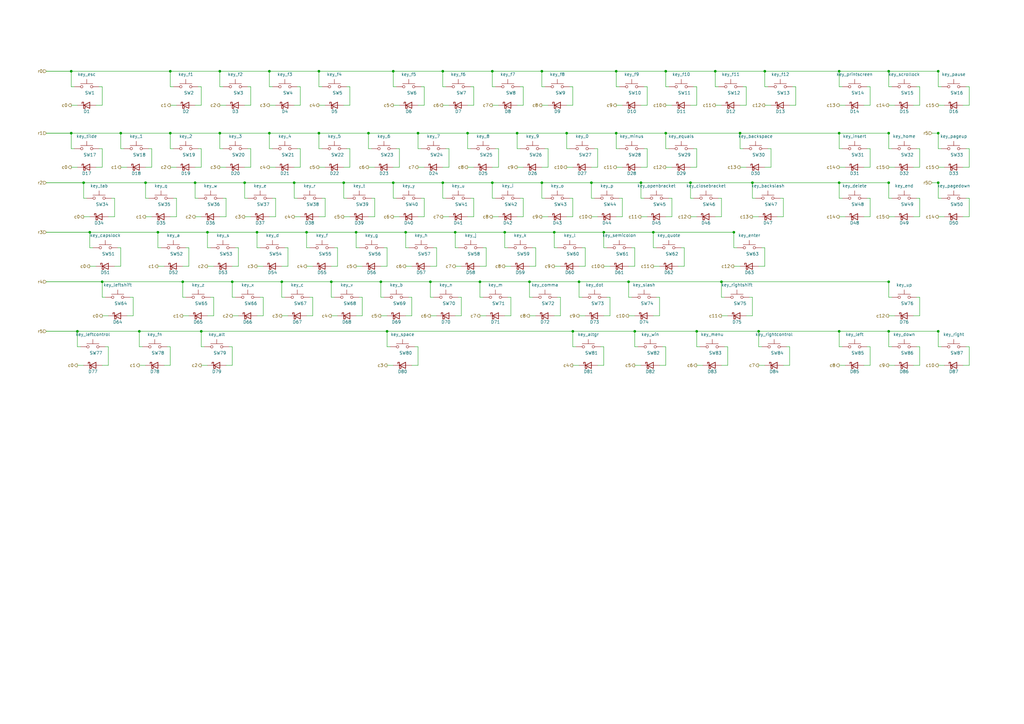
<source format=kicad_sch>
(kicad_sch (version 20250114) (generator "eeschema") (generator_version "9.0")
  (paper "A3")
  (symbol (lib_id "Switch:SW_Push") (at 35.56 35.56 0.0) (unit 1)
    (property "Reference" "SW1" (at 36.83 38.1 0.0))
    (property "Value" "key_esc" (at 35.56 30.48 0.0))
    (property "Footprint" "SW_Cherry_MX_1.00_PCB" (effects (hide yes)))
    (property "Description" "Push button switch, generic, two pins" (effects (hide yes)))
  )
  (symbol (lib_id "Device:D_Schottky") (at 35.56 43.18 0.0) (unit 1)
    (property "Reference" "D1" (at 35.56 45.72 0.0))
    (property "Footprint" "Diode_SMD:D_SOD-123" (effects (hide yes)))
    (property "Description" "Schottky diode" (effects (hide yes)))
  )
  (symbol (lib_id "Switch:SW_Push") (at 76.2 35.56 0.0) (unit 1)
    (property "Reference" "SW2" (at 77.47 38.1 0.0))
    (property "Value" "key_f1" (at 76.2 30.48 0.0))
    (property "Footprint" "SW_Cherry_MX_1.00_PCB" (effects (hide yes)))
    (property "Description" "Push button switch, generic, two pins" (effects (hide yes)))
  )
  (symbol (lib_id "Device:D_Schottky") (at 76.2 43.18 0.0) (unit 1)
    (property "Reference" "D2" (at 76.2 45.72 0.0))
    (property "Footprint" "Diode_SMD:D_SOD-123" (effects (hide yes)))
    (property "Description" "Schottky diode" (effects (hide yes)))
  )
  (symbol (lib_id "Switch:SW_Push") (at 96.52 35.56 0.0) (unit 1)
    (property "Reference" "SW3" (at 97.79 38.1 0.0))
    (property "Value" "key_f2" (at 96.52 30.48 0.0))
    (property "Footprint" "SW_Cherry_MX_1.00_PCB" (effects (hide yes)))
    (property "Description" "Push button switch, generic, two pins" (effects (hide yes)))
  )
  (symbol (lib_id "Device:D_Schottky") (at 96.52 43.18 0.0) (unit 1)
    (property "Reference" "D3" (at 96.52 45.72 0.0))
    (property "Footprint" "Diode_SMD:D_SOD-123" (effects (hide yes)))
    (property "Description" "Schottky diode" (effects (hide yes)))
  )
  (symbol (lib_id "Switch:SW_Push") (at 116.84 35.56 0.0) (unit 1)
    (property "Reference" "SW4" (at 118.11 38.1 0.0))
    (property "Value" "key_f3" (at 116.84 30.48 0.0))
    (property "Footprint" "SW_Cherry_MX_1.00_PCB" (effects (hide yes)))
    (property "Description" "Push button switch, generic, two pins" (effects (hide yes)))
  )
  (symbol (lib_id "Device:D_Schottky") (at 116.84 43.18 0.0) (unit 1)
    (property "Reference" "D4" (at 116.84 45.72 0.0))
    (property "Footprint" "Diode_SMD:D_SOD-123" (effects (hide yes)))
    (property "Description" "Schottky diode" (effects (hide yes)))
  )
  (symbol (lib_id "Switch:SW_Push") (at 137.16 35.56 0.0) (unit 1)
    (property "Reference" "SW5" (at 138.43 38.1 0.0))
    (property "Value" "key_f4" (at 137.16 30.48 0.0))
    (property "Footprint" "SW_Cherry_MX_1.00_PCB" (effects (hide yes)))
    (property "Description" "Push button switch, generic, two pins" (effects (hide yes)))
  )
  (symbol (lib_id "Device:D_Schottky") (at 137.16 43.18 0.0) (unit 1)
    (property "Reference" "D5" (at 137.16 45.72 0.0))
    (property "Footprint" "Diode_SMD:D_SOD-123" (effects (hide yes)))
    (property "Description" "Schottky diode" (effects (hide yes)))
  )
  (symbol (lib_id "Switch:SW_Push") (at 167.64 35.56 0.0) (unit 1)
    (property "Reference" "SW6" (at 168.91 38.1 0.0))
    (property "Value" "key_f5" (at 167.64 30.48 0.0))
    (property "Footprint" "SW_Cherry_MX_1.00_PCB" (effects (hide yes)))
    (property "Description" "Push button switch, generic, two pins" (effects (hide yes)))
  )
  (symbol (lib_id "Device:D_Schottky") (at 167.64 43.18 0.0) (unit 1)
    (property "Reference" "D6" (at 167.64 45.72 0.0))
    (property "Footprint" "Diode_SMD:D_SOD-123" (effects (hide yes)))
    (property "Description" "Schottky diode" (effects (hide yes)))
  )
  (symbol (lib_id "Switch:SW_Push") (at 187.96 35.56 0.0) (unit 1)
    (property "Reference" "SW7" (at 189.23 38.1 0.0))
    (property "Value" "key_f6" (at 187.96 30.48 0.0))
    (property "Footprint" "SW_Cherry_MX_1.00_PCB" (effects (hide yes)))
    (property "Description" "Push button switch, generic, two pins" (effects (hide yes)))
  )
  (symbol (lib_id "Device:D_Schottky") (at 187.96 43.18 0.0) (unit 1)
    (property "Reference" "D7" (at 187.96 45.72 0.0))
    (property "Footprint" "Diode_SMD:D_SOD-123" (effects (hide yes)))
    (property "Description" "Schottky diode" (effects (hide yes)))
  )
  (symbol (lib_id "Switch:SW_Push") (at 208.28 35.56 0.0) (unit 1)
    (property "Reference" "SW8" (at 209.55 38.1 0.0))
    (property "Value" "key_f7" (at 208.28 30.48 0.0))
    (property "Footprint" "SW_Cherry_MX_1.00_PCB" (effects (hide yes)))
    (property "Description" "Push button switch, generic, two pins" (effects (hide yes)))
  )
  (symbol (lib_id "Device:D_Schottky") (at 208.28 43.18 0.0) (unit 1)
    (property "Reference" "D8" (at 208.28 45.72 0.0))
    (property "Footprint" "Diode_SMD:D_SOD-123" (effects (hide yes)))
    (property "Description" "Schottky diode" (effects (hide yes)))
  )
  (symbol (lib_id "Switch:SW_Push") (at 228.6 35.56 0.0) (unit 1)
    (property "Reference" "SW9" (at 229.87 38.1 0.0))
    (property "Value" "key_f8" (at 228.6 30.48 0.0))
    (property "Footprint" "SW_Cherry_MX_1.00_PCB" (effects (hide yes)))
    (property "Description" "Push button switch, generic, two pins" (effects (hide yes)))
  )
  (symbol (lib_id "Device:D_Schottky") (at 228.6 43.18 0.0) (unit 1)
    (property "Reference" "D9" (at 228.6 45.72 0.0))
    (property "Footprint" "Diode_SMD:D_SOD-123" (effects (hide yes)))
    (property "Description" "Schottky diode" (effects (hide yes)))
  )
  (symbol (lib_id "Switch:SW_Push") (at 259.08 35.56 0.0) (unit 1)
    (property "Reference" "SW10" (at 260.35 38.1 0.0))
    (property "Value" "key_f9" (at 259.08 30.48 0.0))
    (property "Footprint" "SW_Cherry_MX_1.00_PCB" (effects (hide yes)))
    (property "Description" "Push button switch, generic, two pins" (effects (hide yes)))
  )
  (symbol (lib_id "Device:D_Schottky") (at 259.08 43.18 0.0) (unit 1)
    (property "Reference" "D10" (at 259.08 45.72 0.0))
    (property "Footprint" "Diode_SMD:D_SOD-123" (effects (hide yes)))
    (property "Description" "Schottky diode" (effects (hide yes)))
  )
  (symbol (lib_id "Switch:SW_Push") (at 279.4 35.56 0.0) (unit 1)
    (property "Reference" "SW11" (at 280.67 38.1 0.0))
    (property "Value" "key_f10" (at 279.4 30.48 0.0))
    (property "Footprint" "SW_Cherry_MX_1.00_PCB" (effects (hide yes)))
    (property "Description" "Push button switch, generic, two pins" (effects (hide yes)))
  )
  (symbol (lib_id "Device:D_Schottky") (at 279.4 43.18 0.0) (unit 1)
    (property "Reference" "D11" (at 279.4 45.72 0.0))
    (property "Footprint" "Diode_SMD:D_SOD-123" (effects (hide yes)))
    (property "Description" "Schottky diode" (effects (hide yes)))
  )
  (symbol (lib_id "Switch:SW_Push") (at 299.72 35.56 0.0) (unit 1)
    (property "Reference" "SW12" (at 300.99 38.1 0.0))
    (property "Value" "key_f11" (at 299.72 30.48 0.0))
    (property "Footprint" "SW_Cherry_MX_1.00_PCB" (effects (hide yes)))
    (property "Description" "Push button switch, generic, two pins" (effects (hide yes)))
  )
  (symbol (lib_id "Device:D_Schottky") (at 299.72 43.18 0.0) (unit 1)
    (property "Reference" "D12" (at 299.72 45.72 0.0))
    (property "Footprint" "Diode_SMD:D_SOD-123" (effects (hide yes)))
    (property "Description" "Schottky diode" (effects (hide yes)))
  )
  (symbol (lib_id "Switch:SW_Push") (at 320.04 35.56 0.0) (unit 1)
    (property "Reference" "SW13" (at 321.31 38.1 0.0))
    (property "Value" "key_f12" (at 320.04 30.48 0.0))
    (property "Footprint" "SW_Cherry_MX_1.00_PCB" (effects (hide yes)))
    (property "Description" "Push button switch, generic, two pins" (effects (hide yes)))
  )
  (symbol (lib_id "Device:D_Schottky") (at 320.04 43.18 0.0) (unit 1)
    (property "Reference" "D13" (at 320.04 45.72 0.0))
    (property "Footprint" "Diode_SMD:D_SOD-123" (effects (hide yes)))
    (property "Description" "Schottky diode" (effects (hide yes)))
  )
  (symbol (lib_id "Switch:SW_Push") (at 350.52 35.56 0.0) (unit 1)
    (property "Reference" "SW14" (at 351.79 38.1 0.0))
    (property "Value" "key_printscreen" (at 350.52 30.48 0.0))
    (property "Footprint" "SW_Cherry_MX_1.00_PCB" (effects (hide yes)))
    (property "Description" "Push button switch, generic, two pins" (effects (hide yes)))
  )
  (symbol (lib_id "Device:D_Schottky") (at 350.52 43.18 0.0) (unit 1)
    (property "Reference" "D14" (at 350.52 45.72 0.0))
    (property "Footprint" "Diode_SMD:D_SOD-123" (effects (hide yes)))
    (property "Description" "Schottky diode" (effects (hide yes)))
  )
  (symbol (lib_id "Switch:SW_Push") (at 370.84 35.56 0.0) (unit 1)
    (property "Reference" "SW15" (at 372.11 38.1 0.0))
    (property "Value" "key_scrollock" (at 370.84 30.48 0.0))
    (property "Footprint" "SW_Cherry_MX_1.00_PCB" (effects (hide yes)))
    (property "Description" "Push button switch, generic, two pins" (effects (hide yes)))
  )
  (symbol (lib_id "Device:D_Schottky") (at 370.84 43.18 0.0) (unit 1)
    (property "Reference" "D15" (at 370.84 45.72 0.0))
    (property "Footprint" "Diode_SMD:D_SOD-123" (effects (hide yes)))
    (property "Description" "Schottky diode" (effects (hide yes)))
  )
  (symbol (lib_id "Switch:SW_Push") (at 391.16 35.56 0.0) (unit 1)
    (property "Reference" "SW16" (at 392.43 38.1 0.0))
    (property "Value" "key_pause" (at 391.16 30.48 0.0))
    (property "Footprint" "SW_Cherry_MX_1.00_PCB" (effects (hide yes)))
    (property "Description" "Push button switch, generic, two pins" (effects (hide yes)))
  )
  (symbol (lib_id "Device:D_Schottky") (at 391.16 43.18 0.0) (unit 1)
    (property "Reference" "D16" (at 391.16 45.72 0.0))
    (property "Footprint" "Diode_SMD:D_SOD-123" (effects (hide yes)))
    (property "Description" "Schottky diode" (effects (hide yes)))
  )
  (symbol (lib_id "Switch:SW_Push") (at 35.56 60.96 0.0) (unit 1)
    (property "Reference" "SW17" (at 36.83 63.5 0.0))
    (property "Value" "key_tilde" (at 35.56 55.88 0.0))
    (property "Footprint" "SW_Cherry_MX_1.00_PCB" (effects (hide yes)))
    (property "Description" "Push button switch, generic, two pins" (effects (hide yes)))
  )
  (symbol (lib_id "Device:D_Schottky") (at 35.56 68.58 0.0) (unit 1)
    (property "Reference" "D17" (at 35.56 71.12 0.0))
    (property "Footprint" "Diode_SMD:D_SOD-123" (effects (hide yes)))
    (property "Description" "Schottky diode" (effects (hide yes)))
  )
  (symbol (lib_id "Switch:SW_Push") (at 55.88 60.96 0.0) (unit 1)
    (property "Reference" "SW18" (at 57.15 63.5 0.0))
    (property "Value" "key_1" (at 55.88 55.88 0.0))
    (property "Footprint" "SW_Cherry_MX_1.00_PCB" (effects (hide yes)))
    (property "Description" "Push button switch, generic, two pins" (effects (hide yes)))
  )
  (symbol (lib_id "Device:D_Schottky") (at 55.88 68.58 0.0) (unit 1)
    (property "Reference" "D18" (at 55.88 71.12 0.0))
    (property "Footprint" "Diode_SMD:D_SOD-123" (effects (hide yes)))
    (property "Description" "Schottky diode" (effects (hide yes)))
  )
  (symbol (lib_id "Switch:SW_Push") (at 76.2 60.96 0.0) (unit 1)
    (property "Reference" "SW19" (at 77.47 63.5 0.0))
    (property "Value" "key_2" (at 76.2 55.88 0.0))
    (property "Footprint" "SW_Cherry_MX_1.00_PCB" (effects (hide yes)))
    (property "Description" "Push button switch, generic, two pins" (effects (hide yes)))
  )
  (symbol (lib_id "Device:D_Schottky") (at 76.2 68.58 0.0) (unit 1)
    (property "Reference" "D19" (at 76.2 71.12 0.0))
    (property "Footprint" "Diode_SMD:D_SOD-123" (effects (hide yes)))
    (property "Description" "Schottky diode" (effects (hide yes)))
  )
  (symbol (lib_id "Switch:SW_Push") (at 96.52 60.96 0.0) (unit 1)
    (property "Reference" "SW20" (at 97.79 63.5 0.0))
    (property "Value" "key_3" (at 96.52 55.88 0.0))
    (property "Footprint" "SW_Cherry_MX_1.00_PCB" (effects (hide yes)))
    (property "Description" "Push button switch, generic, two pins" (effects (hide yes)))
  )
  (symbol (lib_id "Device:D_Schottky") (at 96.52 68.58 0.0) (unit 1)
    (property "Reference" "D20" (at 96.52 71.12 0.0))
    (property "Footprint" "Diode_SMD:D_SOD-123" (effects (hide yes)))
    (property "Description" "Schottky diode" (effects (hide yes)))
  )
  (symbol (lib_id "Switch:SW_Push") (at 116.84 60.96 0.0) (unit 1)
    (property "Reference" "SW21" (at 118.11 63.5 0.0))
    (property "Value" "key_4" (at 116.84 55.88 0.0))
    (property "Footprint" "SW_Cherry_MX_1.00_PCB" (effects (hide yes)))
    (property "Description" "Push button switch, generic, two pins" (effects (hide yes)))
  )
  (symbol (lib_id "Device:D_Schottky") (at 116.84 68.58 0.0) (unit 1)
    (property "Reference" "D21" (at 116.84 71.12 0.0))
    (property "Footprint" "Diode_SMD:D_SOD-123" (effects (hide yes)))
    (property "Description" "Schottky diode" (effects (hide yes)))
  )
  (symbol (lib_id "Switch:SW_Push") (at 137.16 60.96 0.0) (unit 1)
    (property "Reference" "SW22" (at 138.43 63.5 0.0))
    (property "Value" "key_5" (at 137.16 55.88 0.0))
    (property "Footprint" "SW_Cherry_MX_1.00_PCB" (effects (hide yes)))
    (property "Description" "Push button switch, generic, two pins" (effects (hide yes)))
  )
  (symbol (lib_id "Device:D_Schottky") (at 137.16 68.58 0.0) (unit 1)
    (property "Reference" "D22" (at 137.16 71.12 0.0))
    (property "Footprint" "Diode_SMD:D_SOD-123" (effects (hide yes)))
    (property "Description" "Schottky diode" (effects (hide yes)))
  )
  (symbol (lib_id "Switch:SW_Push") (at 157.48 60.96 0.0) (unit 1)
    (property "Reference" "SW23" (at 158.75 63.5 0.0))
    (property "Value" "key_6" (at 157.48 55.88 0.0))
    (property "Footprint" "SW_Cherry_MX_1.00_PCB" (effects (hide yes)))
    (property "Description" "Push button switch, generic, two pins" (effects (hide yes)))
  )
  (symbol (lib_id "Device:D_Schottky") (at 157.48 68.58 0.0) (unit 1)
    (property "Reference" "D23" (at 157.48 71.12 0.0))
    (property "Footprint" "Diode_SMD:D_SOD-123" (effects (hide yes)))
    (property "Description" "Schottky diode" (effects (hide yes)))
  )
  (symbol (lib_id "Switch:SW_Push") (at 177.8 60.96 0.0) (unit 1)
    (property "Reference" "SW24" (at 179.07 63.5 0.0))
    (property "Value" "key_7" (at 177.8 55.88 0.0))
    (property "Footprint" "SW_Cherry_MX_1.00_PCB" (effects (hide yes)))
    (property "Description" "Push button switch, generic, two pins" (effects (hide yes)))
  )
  (symbol (lib_id "Device:D_Schottky") (at 177.8 68.58 0.0) (unit 1)
    (property "Reference" "D24" (at 177.8 71.12 0.0))
    (property "Footprint" "Diode_SMD:D_SOD-123" (effects (hide yes)))
    (property "Description" "Schottky diode" (effects (hide yes)))
  )
  (symbol (lib_id "Switch:SW_Push") (at 198.12 60.96 0.0) (unit 1)
    (property "Reference" "SW25" (at 199.39 63.5 0.0))
    (property "Value" "key_8" (at 198.12 55.88 0.0))
    (property "Footprint" "SW_Cherry_MX_1.00_PCB" (effects (hide yes)))
    (property "Description" "Push button switch, generic, two pins" (effects (hide yes)))
  )
  (symbol (lib_id "Device:D_Schottky") (at 198.12 68.58 0.0) (unit 1)
    (property "Reference" "D25" (at 198.12 71.12 0.0))
    (property "Footprint" "Diode_SMD:D_SOD-123" (effects (hide yes)))
    (property "Description" "Schottky diode" (effects (hide yes)))
  )
  (symbol (lib_id "Switch:SW_Push") (at 218.44 60.96 0.0) (unit 1)
    (property "Reference" "SW26" (at 219.71 63.5 0.0))
    (property "Value" "key_9" (at 218.44 55.88 0.0))
    (property "Footprint" "SW_Cherry_MX_1.00_PCB" (effects (hide yes)))
    (property "Description" "Push button switch, generic, two pins" (effects (hide yes)))
  )
  (symbol (lib_id "Device:D_Schottky") (at 218.44 68.58 0.0) (unit 1)
    (property "Reference" "D26" (at 218.44 71.12 0.0))
    (property "Footprint" "Diode_SMD:D_SOD-123" (effects (hide yes)))
    (property "Description" "Schottky diode" (effects (hide yes)))
  )
  (symbol (lib_id "Switch:SW_Push") (at 238.76 60.96 0.0) (unit 1)
    (property "Reference" "SW27" (at 240.03 63.5 0.0))
    (property "Value" "key_0" (at 238.76 55.88 0.0))
    (property "Footprint" "SW_Cherry_MX_1.00_PCB" (effects (hide yes)))
    (property "Description" "Push button switch, generic, two pins" (effects (hide yes)))
  )
  (symbol (lib_id "Device:D_Schottky") (at 238.76 68.58 0.0) (unit 1)
    (property "Reference" "D27" (at 238.76 71.12 0.0))
    (property "Footprint" "Diode_SMD:D_SOD-123" (effects (hide yes)))
    (property "Description" "Schottky diode" (effects (hide yes)))
  )
  (symbol (lib_id "Switch:SW_Push") (at 259.08 60.96 0.0) (unit 1)
    (property "Reference" "SW28" (at 260.35 63.5 0.0))
    (property "Value" "key_minus" (at 259.08 55.88 0.0))
    (property "Footprint" "SW_Cherry_MX_1.00_PCB" (effects (hide yes)))
    (property "Description" "Push button switch, generic, two pins" (effects (hide yes)))
  )
  (symbol (lib_id "Device:D_Schottky") (at 259.08 68.58 0.0) (unit 1)
    (property "Reference" "D28" (at 259.08 71.12 0.0))
    (property "Footprint" "Diode_SMD:D_SOD-123" (effects (hide yes)))
    (property "Description" "Schottky diode" (effects (hide yes)))
  )
  (symbol (lib_id "Switch:SW_Push") (at 279.4 60.96 0.0) (unit 1)
    (property "Reference" "SW29" (at 280.67 63.5 0.0))
    (property "Value" "key_equals" (at 279.4 55.88 0.0))
    (property "Footprint" "SW_Cherry_MX_1.00_PCB" (effects (hide yes)))
    (property "Description" "Push button switch, generic, two pins" (effects (hide yes)))
  )
  (symbol (lib_id "Device:D_Schottky") (at 279.4 68.58 0.0) (unit 1)
    (property "Reference" "D29" (at 279.4 71.12 0.0))
    (property "Footprint" "Diode_SMD:D_SOD-123" (effects (hide yes)))
    (property "Description" "Schottky diode" (effects (hide yes)))
  )
  (symbol (lib_id "Switch:SW_Push") (at 309.88 60.96 0.0) (unit 1)
    (property "Reference" "SW30" (at 311.15 63.5 0.0))
    (property "Value" "key_backspace" (at 309.88 55.88 0.0))
    (property "Footprint" "SW_Cherry_MX_2.00_PCB" (effects (hide yes)))
    (property "Description" "Push button switch, generic, two pins" (effects (hide yes)))
  )
  (symbol (lib_id "Device:D_Schottky") (at 309.88 68.58 0.0) (unit 1)
    (property "Reference" "D30" (at 309.88 71.12 0.0))
    (property "Footprint" "Diode_SMD:D_SOD-123" (effects (hide yes)))
    (property "Description" "Schottky diode" (effects (hide yes)))
  )
  (symbol (lib_id "Switch:SW_Push") (at 350.52 60.96 0.0) (unit 1)
    (property "Reference" "SW31" (at 351.79 63.5 0.0))
    (property "Value" "key_insert" (at 350.52 55.88 0.0))
    (property "Footprint" "SW_Cherry_MX_1.00_PCB" (effects (hide yes)))
    (property "Description" "Push button switch, generic, two pins" (effects (hide yes)))
  )
  (symbol (lib_id "Device:D_Schottky") (at 350.52 68.58 0.0) (unit 1)
    (property "Reference" "D31" (at 350.52 71.12 0.0))
    (property "Footprint" "Diode_SMD:D_SOD-123" (effects (hide yes)))
    (property "Description" "Schottky diode" (effects (hide yes)))
  )
  (symbol (lib_id "Switch:SW_Push") (at 370.84 60.96 0.0) (unit 1)
    (property "Reference" "SW32" (at 372.11 63.5 0.0))
    (property "Value" "key_home" (at 370.84 55.88 0.0))
    (property "Footprint" "SW_Cherry_MX_1.00_PCB" (effects (hide yes)))
    (property "Description" "Push button switch, generic, two pins" (effects (hide yes)))
  )
  (symbol (lib_id "Device:D_Schottky") (at 370.84 68.58 0.0) (unit 1)
    (property "Reference" "D32" (at 370.84 71.12 0.0))
    (property "Footprint" "Diode_SMD:D_SOD-123" (effects (hide yes)))
    (property "Description" "Schottky diode" (effects (hide yes)))
  )
  (symbol (lib_id "Switch:SW_Push") (at 391.16 60.96 0.0) (unit 1)
    (property "Reference" "SW33" (at 392.43 63.5 0.0))
    (property "Value" "key_pageup" (at 391.16 55.88 0.0))
    (property "Footprint" "SW_Cherry_MX_1.00_PCB" (effects (hide yes)))
    (property "Description" "Push button switch, generic, two pins" (effects (hide yes)))
  )
  (symbol (lib_id "Device:D_Schottky") (at 391.16 68.58 0.0) (unit 1)
    (property "Reference" "D33" (at 391.16 71.12 0.0))
    (property "Footprint" "Diode_SMD:D_SOD-123" (effects (hide yes)))
    (property "Description" "Schottky diode" (effects (hide yes)))
  )
  (symbol (lib_id "Switch:SW_Push") (at 40.64 81.28 0.0) (unit 1)
    (property "Reference" "SW34" (at 41.91 83.82 0.0))
    (property "Value" "key_tab" (at 40.64 76.2 0.0))
    (property "Footprint" "SW_Cherry_MX_1.50_PCB" (effects (hide yes)))
    (property "Description" "Push button switch, generic, two pins" (effects (hide yes)))
  )
  (symbol (lib_id "Device:D_Schottky") (at 40.64 88.9 0.0) (unit 1)
    (property "Reference" "D34" (at 40.64 91.44 0.0))
    (property "Footprint" "Diode_SMD:D_SOD-123" (effects (hide yes)))
    (property "Description" "Schottky diode" (effects (hide yes)))
  )
  (symbol (lib_id "Switch:SW_Push") (at 66.04 81.28 0.0) (unit 1)
    (property "Reference" "SW35" (at 67.31 83.82 0.0))
    (property "Value" "key_q" (at 66.04 76.2 0.0))
    (property "Footprint" "SW_Cherry_MX_1.00_PCB" (effects (hide yes)))
    (property "Description" "Push button switch, generic, two pins" (effects (hide yes)))
  )
  (symbol (lib_id "Device:D_Schottky") (at 66.04 88.9 0.0) (unit 1)
    (property "Reference" "D35" (at 66.04 91.44 0.0))
    (property "Footprint" "Diode_SMD:D_SOD-123" (effects (hide yes)))
    (property "Description" "Schottky diode" (effects (hide yes)))
  )
  (symbol (lib_id "Switch:SW_Push") (at 86.36 81.28 0.0) (unit 1)
    (property "Reference" "SW36" (at 87.63 83.82 0.0))
    (property "Value" "key_w" (at 86.36 76.2 0.0))
    (property "Footprint" "SW_Cherry_MX_1.00_PCB" (effects (hide yes)))
    (property "Description" "Push button switch, generic, two pins" (effects (hide yes)))
  )
  (symbol (lib_id "Device:D_Schottky") (at 86.36 88.9 0.0) (unit 1)
    (property "Reference" "D36" (at 86.36 91.44 0.0))
    (property "Footprint" "Diode_SMD:D_SOD-123" (effects (hide yes)))
    (property "Description" "Schottky diode" (effects (hide yes)))
  )
  (symbol (lib_id "Switch:SW_Push") (at 106.68 81.28 0.0) (unit 1)
    (property "Reference" "SW37" (at 107.95 83.82 0.0))
    (property "Value" "key_e" (at 106.68 76.2 0.0))
    (property "Footprint" "SW_Cherry_MX_1.00_PCB" (effects (hide yes)))
    (property "Description" "Push button switch, generic, two pins" (effects (hide yes)))
  )
  (symbol (lib_id "Device:D_Schottky") (at 106.68 88.9 0.0) (unit 1)
    (property "Reference" "D37" (at 106.68 91.44 0.0))
    (property "Footprint" "Diode_SMD:D_SOD-123" (effects (hide yes)))
    (property "Description" "Schottky diode" (effects (hide yes)))
  )
  (symbol (lib_id "Switch:SW_Push") (at 127.0 81.28 0.0) (unit 1)
    (property "Reference" "SW38" (at 128.27 83.82 0.0))
    (property "Value" "key_r" (at 127.0 76.2 0.0))
    (property "Footprint" "SW_Cherry_MX_1.00_PCB" (effects (hide yes)))
    (property "Description" "Push button switch, generic, two pins" (effects (hide yes)))
  )
  (symbol (lib_id "Device:D_Schottky") (at 127.0 88.9 0.0) (unit 1)
    (property "Reference" "D38" (at 127.0 91.44 0.0))
    (property "Footprint" "Diode_SMD:D_SOD-123" (effects (hide yes)))
    (property "Description" "Schottky diode" (effects (hide yes)))
  )
  (symbol (lib_id "Switch:SW_Push") (at 147.32 81.28 0.0) (unit 1)
    (property "Reference" "SW39" (at 148.59 83.82 0.0))
    (property "Value" "key_t" (at 147.32 76.2 0.0))
    (property "Footprint" "SW_Cherry_MX_1.00_PCB" (effects (hide yes)))
    (property "Description" "Push button switch, generic, two pins" (effects (hide yes)))
  )
  (symbol (lib_id "Device:D_Schottky") (at 147.32 88.9 0.0) (unit 1)
    (property "Reference" "D39" (at 147.32 91.44 0.0))
    (property "Footprint" "Diode_SMD:D_SOD-123" (effects (hide yes)))
    (property "Description" "Schottky diode" (effects (hide yes)))
  )
  (symbol (lib_id "Switch:SW_Push") (at 167.64 81.28 0.0) (unit 1)
    (property "Reference" "SW40" (at 168.91 83.82 0.0))
    (property "Value" "key_y" (at 167.64 76.2 0.0))
    (property "Footprint" "SW_Cherry_MX_1.00_PCB" (effects (hide yes)))
    (property "Description" "Push button switch, generic, two pins" (effects (hide yes)))
  )
  (symbol (lib_id "Device:D_Schottky") (at 167.64 88.9 0.0) (unit 1)
    (property "Reference" "D40" (at 167.64 91.44 0.0))
    (property "Footprint" "Diode_SMD:D_SOD-123" (effects (hide yes)))
    (property "Description" "Schottky diode" (effects (hide yes)))
  )
  (symbol (lib_id "Switch:SW_Push") (at 187.96 81.28 0.0) (unit 1)
    (property "Reference" "SW41" (at 189.23 83.82 0.0))
    (property "Value" "key_u" (at 187.96 76.2 0.0))
    (property "Footprint" "SW_Cherry_MX_1.00_PCB" (effects (hide yes)))
    (property "Description" "Push button switch, generic, two pins" (effects (hide yes)))
  )
  (symbol (lib_id "Device:D_Schottky") (at 187.96 88.9 0.0) (unit 1)
    (property "Reference" "D41" (at 187.96 91.44 0.0))
    (property "Footprint" "Diode_SMD:D_SOD-123" (effects (hide yes)))
    (property "Description" "Schottky diode" (effects (hide yes)))
  )
  (symbol (lib_id "Switch:SW_Push") (at 208.28 81.28 0.0) (unit 1)
    (property "Reference" "SW42" (at 209.55 83.82 0.0))
    (property "Value" "key_i" (at 208.28 76.2 0.0))
    (property "Footprint" "SW_Cherry_MX_1.00_PCB" (effects (hide yes)))
    (property "Description" "Push button switch, generic, two pins" (effects (hide yes)))
  )
  (symbol (lib_id "Device:D_Schottky") (at 208.28 88.9 0.0) (unit 1)
    (property "Reference" "D42" (at 208.28 91.44 0.0))
    (property "Footprint" "Diode_SMD:D_SOD-123" (effects (hide yes)))
    (property "Description" "Schottky diode" (effects (hide yes)))
  )
  (symbol (lib_id "Switch:SW_Push") (at 228.6 81.28 0.0) (unit 1)
    (property "Reference" "SW43" (at 229.87 83.82 0.0))
    (property "Value" "key_o" (at 228.6 76.2 0.0))
    (property "Footprint" "SW_Cherry_MX_1.00_PCB" (effects (hide yes)))
    (property "Description" "Push button switch, generic, two pins" (effects (hide yes)))
  )
  (symbol (lib_id "Device:D_Schottky") (at 228.6 88.9 0.0) (unit 1)
    (property "Reference" "D43" (at 228.6 91.44 0.0))
    (property "Footprint" "Diode_SMD:D_SOD-123" (effects (hide yes)))
    (property "Description" "Schottky diode" (effects (hide yes)))
  )
  (symbol (lib_id "Switch:SW_Push") (at 248.92 81.28 0.0) (unit 1)
    (property "Reference" "SW44" (at 250.19 83.82 0.0))
    (property "Value" "key_p" (at 248.92 76.2 0.0))
    (property "Footprint" "SW_Cherry_MX_1.00_PCB" (effects (hide yes)))
    (property "Description" "Push button switch, generic, two pins" (effects (hide yes)))
  )
  (symbol (lib_id "Device:D_Schottky") (at 248.92 88.9 0.0) (unit 1)
    (property "Reference" "D44" (at 248.92 91.44 0.0))
    (property "Footprint" "Diode_SMD:D_SOD-123" (effects (hide yes)))
    (property "Description" "Schottky diode" (effects (hide yes)))
  )
  (symbol (lib_id "Switch:SW_Push") (at 269.24 81.28 0.0) (unit 1)
    (property "Reference" "SW45" (at 270.51 83.82 0.0))
    (property "Value" "key_openbracket" (at 269.24 76.2 0.0))
    (property "Footprint" "SW_Cherry_MX_1.00_PCB" (effects (hide yes)))
    (property "Description" "Push button switch, generic, two pins" (effects (hide yes)))
  )
  (symbol (lib_id "Device:D_Schottky") (at 269.24 88.9 0.0) (unit 1)
    (property "Reference" "D45" (at 269.24 91.44 0.0))
    (property "Footprint" "Diode_SMD:D_SOD-123" (effects (hide yes)))
    (property "Description" "Schottky diode" (effects (hide yes)))
  )
  (symbol (lib_id "Switch:SW_Push") (at 289.56 81.28 0.0) (unit 1)
    (property "Reference" "SW46" (at 290.83 83.82 0.0))
    (property "Value" "key_closebracket" (at 289.56 76.2 0.0))
    (property "Footprint" "SW_Cherry_MX_1.00_PCB" (effects (hide yes)))
    (property "Description" "Push button switch, generic, two pins" (effects (hide yes)))
  )
  (symbol (lib_id "Device:D_Schottky") (at 289.56 88.9 0.0) (unit 1)
    (property "Reference" "D46" (at 289.56 91.44 0.0))
    (property "Footprint" "Diode_SMD:D_SOD-123" (effects (hide yes)))
    (property "Description" "Schottky diode" (effects (hide yes)))
  )
  (symbol (lib_id "Switch:SW_Push") (at 314.96 81.28 0.0) (unit 1)
    (property "Reference" "SW47" (at 316.23 83.82 0.0))
    (property "Value" "key_backslash" (at 314.96 76.2 0.0))
    (property "Footprint" "SW_Cherry_MX_1.50_PCB" (effects (hide yes)))
    (property "Description" "Push button switch, generic, two pins" (effects (hide yes)))
  )
  (symbol (lib_id "Device:D_Schottky") (at 314.96 88.9 0.0) (unit 1)
    (property "Reference" "D47" (at 314.96 91.44 0.0))
    (property "Footprint" "Diode_SMD:D_SOD-123" (effects (hide yes)))
    (property "Description" "Schottky diode" (effects (hide yes)))
  )
  (symbol (lib_id "Switch:SW_Push") (at 350.52 81.28 0.0) (unit 1)
    (property "Reference" "SW48" (at 351.79 83.82 0.0))
    (property "Value" "key_delete" (at 350.52 76.2 0.0))
    (property "Footprint" "SW_Cherry_MX_1.00_PCB" (effects (hide yes)))
    (property "Description" "Push button switch, generic, two pins" (effects (hide yes)))
  )
  (symbol (lib_id "Device:D_Schottky") (at 350.52 88.9 0.0) (unit 1)
    (property "Reference" "D48" (at 350.52 91.44 0.0))
    (property "Footprint" "Diode_SMD:D_SOD-123" (effects (hide yes)))
    (property "Description" "Schottky diode" (effects (hide yes)))
  )
  (symbol (lib_id "Switch:SW_Push") (at 370.84 81.28 0.0) (unit 1)
    (property "Reference" "SW49" (at 372.11 83.82 0.0))
    (property "Value" "key_end" (at 370.84 76.2 0.0))
    (property "Footprint" "SW_Cherry_MX_1.00_PCB" (effects (hide yes)))
    (property "Description" "Push button switch, generic, two pins" (effects (hide yes)))
  )
  (symbol (lib_id "Device:D_Schottky") (at 370.84 88.9 0.0) (unit 1)
    (property "Reference" "D49" (at 370.84 91.44 0.0))
    (property "Footprint" "Diode_SMD:D_SOD-123" (effects (hide yes)))
    (property "Description" "Schottky diode" (effects (hide yes)))
  )
  (symbol (lib_id "Switch:SW_Push") (at 391.16 81.28 0.0) (unit 1)
    (property "Reference" "SW50" (at 392.43 83.82 0.0))
    (property "Value" "key_pagedown" (at 391.16 76.2 0.0))
    (property "Footprint" "SW_Cherry_MX_1.00_PCB" (effects (hide yes)))
    (property "Description" "Push button switch, generic, two pins" (effects (hide yes)))
  )
  (symbol (lib_id "Device:D_Schottky") (at 391.16 88.9 0.0) (unit 1)
    (property "Reference" "D50" (at 391.16 91.44 0.0))
    (property "Footprint" "Diode_SMD:D_SOD-123" (effects (hide yes)))
    (property "Description" "Schottky diode" (effects (hide yes)))
  )
  (symbol (lib_id "Switch:SW_Push") (at 43.18 101.6 0.0) (unit 1)
    (property "Reference" "SW51" (at 44.45 104.14 0.0))
    (property "Value" "key_capslock" (at 43.18 96.52 0.0))
    (property "Footprint" "SW_Cherry_MX_1.75_PCB" (effects (hide yes)))
    (property "Description" "Push button switch, generic, two pins" (effects (hide yes)))
  )
  (symbol (lib_id "Device:D_Schottky") (at 43.18 109.22 0.0) (unit 1)
    (property "Reference" "D51" (at 43.18 111.76 0.0))
    (property "Footprint" "Diode_SMD:D_SOD-123" (effects (hide yes)))
    (property "Description" "Schottky diode" (effects (hide yes)))
  )
  (symbol (lib_id "Switch:SW_Push") (at 71.12 101.6 0.0) (unit 1)
    (property "Reference" "SW52" (at 72.39 104.14 0.0))
    (property "Value" "key_a" (at 71.12 96.52 0.0))
    (property "Footprint" "SW_Cherry_MX_1.00_PCB" (effects (hide yes)))
    (property "Description" "Push button switch, generic, two pins" (effects (hide yes)))
  )
  (symbol (lib_id "Device:D_Schottky") (at 71.12 109.22 0.0) (unit 1)
    (property "Reference" "D52" (at 71.12 111.76 0.0))
    (property "Footprint" "Diode_SMD:D_SOD-123" (effects (hide yes)))
    (property "Description" "Schottky diode" (effects (hide yes)))
  )
  (symbol (lib_id "Switch:SW_Push") (at 91.44 101.6 0.0) (unit 1)
    (property "Reference" "SW53" (at 92.71 104.14 0.0))
    (property "Value" "key_s" (at 91.44 96.52 0.0))
    (property "Footprint" "SW_Cherry_MX_1.00_PCB" (effects (hide yes)))
    (property "Description" "Push button switch, generic, two pins" (effects (hide yes)))
  )
  (symbol (lib_id "Device:D_Schottky") (at 91.44 109.22 0.0) (unit 1)
    (property "Reference" "D53" (at 91.44 111.76 0.0))
    (property "Footprint" "Diode_SMD:D_SOD-123" (effects (hide yes)))
    (property "Description" "Schottky diode" (effects (hide yes)))
  )
  (symbol (lib_id "Switch:SW_Push") (at 111.76 101.6 0.0) (unit 1)
    (property "Reference" "SW54" (at 113.03 104.14 0.0))
    (property "Value" "key_d" (at 111.76 96.52 0.0))
    (property "Footprint" "SW_Cherry_MX_1.00_PCB" (effects (hide yes)))
    (property "Description" "Push button switch, generic, two pins" (effects (hide yes)))
  )
  (symbol (lib_id "Device:D_Schottky") (at 111.76 109.22 0.0) (unit 1)
    (property "Reference" "D54" (at 111.76 111.76 0.0))
    (property "Footprint" "Diode_SMD:D_SOD-123" (effects (hide yes)))
    (property "Description" "Schottky diode" (effects (hide yes)))
  )
  (symbol (lib_id "Switch:SW_Push") (at 132.08 101.6 0.0) (unit 1)
    (property "Reference" "SW55" (at 133.35 104.14 0.0))
    (property "Value" "key_f" (at 132.08 96.52 0.0))
    (property "Footprint" "SW_Cherry_MX_1.00_PCB" (effects (hide yes)))
    (property "Description" "Push button switch, generic, two pins" (effects (hide yes)))
  )
  (symbol (lib_id "Device:D_Schottky") (at 132.08 109.22 0.0) (unit 1)
    (property "Reference" "D55" (at 132.08 111.76 0.0))
    (property "Footprint" "Diode_SMD:D_SOD-123" (effects (hide yes)))
    (property "Description" "Schottky diode" (effects (hide yes)))
  )
  (symbol (lib_id "Switch:SW_Push") (at 152.4 101.6 0.0) (unit 1)
    (property "Reference" "SW56" (at 153.67 104.14 0.0))
    (property "Value" "key_g" (at 152.4 96.52 0.0))
    (property "Footprint" "SW_Cherry_MX_1.00_PCB" (effects (hide yes)))
    (property "Description" "Push button switch, generic, two pins" (effects (hide yes)))
  )
  (symbol (lib_id "Device:D_Schottky") (at 152.4 109.22 0.0) (unit 1)
    (property "Reference" "D56" (at 152.4 111.76 0.0))
    (property "Footprint" "Diode_SMD:D_SOD-123" (effects (hide yes)))
    (property "Description" "Schottky diode" (effects (hide yes)))
  )
  (symbol (lib_id "Switch:SW_Push") (at 172.72 101.6 0.0) (unit 1)
    (property "Reference" "SW57" (at 173.99 104.14 0.0))
    (property "Value" "key_h" (at 172.72 96.52 0.0))
    (property "Footprint" "SW_Cherry_MX_1.00_PCB" (effects (hide yes)))
    (property "Description" "Push button switch, generic, two pins" (effects (hide yes)))
  )
  (symbol (lib_id "Device:D_Schottky") (at 172.72 109.22 0.0) (unit 1)
    (property "Reference" "D57" (at 172.72 111.76 0.0))
    (property "Footprint" "Diode_SMD:D_SOD-123" (effects (hide yes)))
    (property "Description" "Schottky diode" (effects (hide yes)))
  )
  (symbol (lib_id "Switch:SW_Push") (at 193.04 101.6 0.0) (unit 1)
    (property "Reference" "SW58" (at 194.31 104.14 0.0))
    (property "Value" "key_j" (at 193.04 96.52 0.0))
    (property "Footprint" "SW_Cherry_MX_1.00_PCB" (effects (hide yes)))
    (property "Description" "Push button switch, generic, two pins" (effects (hide yes)))
  )
  (symbol (lib_id "Device:D_Schottky") (at 193.04 109.22 0.0) (unit 1)
    (property "Reference" "D58" (at 193.04 111.76 0.0))
    (property "Footprint" "Diode_SMD:D_SOD-123" (effects (hide yes)))
    (property "Description" "Schottky diode" (effects (hide yes)))
  )
  (symbol (lib_id "Switch:SW_Push") (at 213.36 101.6 0.0) (unit 1)
    (property "Reference" "SW59" (at 214.63 104.14 0.0))
    (property "Value" "key_k" (at 213.36 96.52 0.0))
    (property "Footprint" "SW_Cherry_MX_1.00_PCB" (effects (hide yes)))
    (property "Description" "Push button switch, generic, two pins" (effects (hide yes)))
  )
  (symbol (lib_id "Device:D_Schottky") (at 213.36 109.22 0.0) (unit 1)
    (property "Reference" "D59" (at 213.36 111.76 0.0))
    (property "Footprint" "Diode_SMD:D_SOD-123" (effects (hide yes)))
    (property "Description" "Schottky diode" (effects (hide yes)))
  )
  (symbol (lib_id "Switch:SW_Push") (at 233.68 101.6 0.0) (unit 1)
    (property "Reference" "SW60" (at 234.95 104.14 0.0))
    (property "Value" "key_l" (at 233.68 96.52 0.0))
    (property "Footprint" "SW_Cherry_MX_1.00_PCB" (effects (hide yes)))
    (property "Description" "Push button switch, generic, two pins" (effects (hide yes)))
  )
  (symbol (lib_id "Device:D_Schottky") (at 233.68 109.22 0.0) (unit 1)
    (property "Reference" "D60" (at 233.68 111.76 0.0))
    (property "Footprint" "Diode_SMD:D_SOD-123" (effects (hide yes)))
    (property "Description" "Schottky diode" (effects (hide yes)))
  )
  (symbol (lib_id "Switch:SW_Push") (at 254.0 101.6 0.0) (unit 1)
    (property "Reference" "SW61" (at 255.27 104.14 0.0))
    (property "Value" "key_semicolon" (at 254.0 96.52 0.0))
    (property "Footprint" "SW_Cherry_MX_1.00_PCB" (effects (hide yes)))
    (property "Description" "Push button switch, generic, two pins" (effects (hide yes)))
  )
  (symbol (lib_id "Device:D_Schottky") (at 254.0 109.22 0.0) (unit 1)
    (property "Reference" "D61" (at 254.0 111.76 0.0))
    (property "Footprint" "Diode_SMD:D_SOD-123" (effects (hide yes)))
    (property "Description" "Schottky diode" (effects (hide yes)))
  )
  (symbol (lib_id "Switch:SW_Push") (at 274.32 101.6 0.0) (unit 1)
    (property "Reference" "SW62" (at 275.59 104.14 0.0))
    (property "Value" "key_quote" (at 274.32 96.52 0.0))
    (property "Footprint" "SW_Cherry_MX_1.00_PCB" (effects (hide yes)))
    (property "Description" "Push button switch, generic, two pins" (effects (hide yes)))
  )
  (symbol (lib_id "Device:D_Schottky") (at 274.32 109.22 0.0) (unit 1)
    (property "Reference" "D62" (at 274.32 111.76 0.0))
    (property "Footprint" "Diode_SMD:D_SOD-123" (effects (hide yes)))
    (property "Description" "Schottky diode" (effects (hide yes)))
  )
  (symbol (lib_id "Switch:SW_Push") (at 307.34 101.6 0.0) (unit 1)
    (property "Reference" "SW63" (at 308.61 104.14 0.0))
    (property "Value" "key_enter" (at 307.34 96.52 0.0))
    (property "Footprint" "SW_Cherry_MX_2.25_PCB" (effects (hide yes)))
    (property "Description" "Push button switch, generic, two pins" (effects (hide yes)))
  )
  (symbol (lib_id "Device:D_Schottky") (at 307.34 109.22 0.0) (unit 1)
    (property "Reference" "D63" (at 307.34 111.76 0.0))
    (property "Footprint" "Diode_SMD:D_SOD-123" (effects (hide yes)))
    (property "Description" "Schottky diode" (effects (hide yes)))
  )
  (symbol (lib_id "Switch:SW_Push") (at 48.26 121.92 0.0) (unit 1)
    (property "Reference" "SW64" (at 49.53 124.46 0.0))
    (property "Value" "key_leftshift" (at 48.26 116.84 0.0))
    (property "Footprint" "SW_Cherry_MX_2.25_PCB" (effects (hide yes)))
    (property "Description" "Push button switch, generic, two pins" (effects (hide yes)))
  )
  (symbol (lib_id "Device:D_Schottky") (at 48.26 129.54 0.0) (unit 1)
    (property "Reference" "D64" (at 48.26 132.08 0.0))
    (property "Footprint" "Diode_SMD:D_SOD-123" (effects (hide yes)))
    (property "Description" "Schottky diode" (effects (hide yes)))
  )
  (symbol (lib_id "Switch:SW_Push") (at 81.28 121.92 0.0) (unit 1)
    (property "Reference" "SW65" (at 82.55 124.46 0.0))
    (property "Value" "key_z" (at 81.28 116.84 0.0))
    (property "Footprint" "SW_Cherry_MX_1.00_PCB" (effects (hide yes)))
    (property "Description" "Push button switch, generic, two pins" (effects (hide yes)))
  )
  (symbol (lib_id "Device:D_Schottky") (at 81.28 129.54 0.0) (unit 1)
    (property "Reference" "D65" (at 81.28 132.08 0.0))
    (property "Footprint" "Diode_SMD:D_SOD-123" (effects (hide yes)))
    (property "Description" "Schottky diode" (effects (hide yes)))
  )
  (symbol (lib_id "Switch:SW_Push") (at 101.6 121.92 0.0) (unit 1)
    (property "Reference" "SW66" (at 102.87 124.46 0.0))
    (property "Value" "key_x" (at 101.6 116.84 0.0))
    (property "Footprint" "SW_Cherry_MX_1.00_PCB" (effects (hide yes)))
    (property "Description" "Push button switch, generic, two pins" (effects (hide yes)))
  )
  (symbol (lib_id "Device:D_Schottky") (at 101.6 129.54 0.0) (unit 1)
    (property "Reference" "D66" (at 101.6 132.08 0.0))
    (property "Footprint" "Diode_SMD:D_SOD-123" (effects (hide yes)))
    (property "Description" "Schottky diode" (effects (hide yes)))
  )
  (symbol (lib_id "Switch:SW_Push") (at 121.92 121.92 0.0) (unit 1)
    (property "Reference" "SW67" (at 123.19 124.46 0.0))
    (property "Value" "key_c" (at 121.92 116.84 0.0))
    (property "Footprint" "SW_Cherry_MX_1.00_PCB" (effects (hide yes)))
    (property "Description" "Push button switch, generic, two pins" (effects (hide yes)))
  )
  (symbol (lib_id "Device:D_Schottky") (at 121.92 129.54 0.0) (unit 1)
    (property "Reference" "D67" (at 121.92 132.08 0.0))
    (property "Footprint" "Diode_SMD:D_SOD-123" (effects (hide yes)))
    (property "Description" "Schottky diode" (effects (hide yes)))
  )
  (symbol (lib_id "Switch:SW_Push") (at 142.24 121.92 0.0) (unit 1)
    (property "Reference" "SW68" (at 143.51 124.46 0.0))
    (property "Value" "key_v" (at 142.24 116.84 0.0))
    (property "Footprint" "SW_Cherry_MX_1.00_PCB" (effects (hide yes)))
    (property "Description" "Push button switch, generic, two pins" (effects (hide yes)))
  )
  (symbol (lib_id "Device:D_Schottky") (at 142.24 129.54 0.0) (unit 1)
    (property "Reference" "D68" (at 142.24 132.08 0.0))
    (property "Footprint" "Diode_SMD:D_SOD-123" (effects (hide yes)))
    (property "Description" "Schottky diode" (effects (hide yes)))
  )
  (symbol (lib_id "Switch:SW_Push") (at 162.56 121.92 0.0) (unit 1)
    (property "Reference" "SW69" (at 163.83 124.46 0.0))
    (property "Value" "key_b" (at 162.56 116.84 0.0))
    (property "Footprint" "SW_Cherry_MX_1.00_PCB" (effects (hide yes)))
    (property "Description" "Push button switch, generic, two pins" (effects (hide yes)))
  )
  (symbol (lib_id "Device:D_Schottky") (at 162.56 129.54 0.0) (unit 1)
    (property "Reference" "D69" (at 162.56 132.08 0.0))
    (property "Footprint" "Diode_SMD:D_SOD-123" (effects (hide yes)))
    (property "Description" "Schottky diode" (effects (hide yes)))
  )
  (symbol (lib_id "Switch:SW_Push") (at 182.88 121.92 0.0) (unit 1)
    (property "Reference" "SW70" (at 184.15 124.46 0.0))
    (property "Value" "key_n" (at 182.88 116.84 0.0))
    (property "Footprint" "SW_Cherry_MX_1.00_PCB" (effects (hide yes)))
    (property "Description" "Push button switch, generic, two pins" (effects (hide yes)))
  )
  (symbol (lib_id "Device:D_Schottky") (at 182.88 129.54 0.0) (unit 1)
    (property "Reference" "D70" (at 182.88 132.08 0.0))
    (property "Footprint" "Diode_SMD:D_SOD-123" (effects (hide yes)))
    (property "Description" "Schottky diode" (effects (hide yes)))
  )
  (symbol (lib_id "Switch:SW_Push") (at 203.2 121.92 0.0) (unit 1)
    (property "Reference" "SW71" (at 204.47 124.46 0.0))
    (property "Value" "key_m" (at 203.2 116.84 0.0))
    (property "Footprint" "SW_Cherry_MX_1.00_PCB" (effects (hide yes)))
    (property "Description" "Push button switch, generic, two pins" (effects (hide yes)))
  )
  (symbol (lib_id "Device:D_Schottky") (at 203.2 129.54 0.0) (unit 1)
    (property "Reference" "D71" (at 203.2 132.08 0.0))
    (property "Footprint" "Diode_SMD:D_SOD-123" (effects (hide yes)))
    (property "Description" "Schottky diode" (effects (hide yes)))
  )
  (symbol (lib_id "Switch:SW_Push") (at 223.52 121.92 0.0) (unit 1)
    (property "Reference" "SW72" (at 224.79 124.46 0.0))
    (property "Value" "key_comma" (at 223.52 116.84 0.0))
    (property "Footprint" "SW_Cherry_MX_1.00_PCB" (effects (hide yes)))
    (property "Description" "Push button switch, generic, two pins" (effects (hide yes)))
  )
  (symbol (lib_id "Device:D_Schottky") (at 223.52 129.54 0.0) (unit 1)
    (property "Reference" "D72" (at 223.52 132.08 0.0))
    (property "Footprint" "Diode_SMD:D_SOD-123" (effects (hide yes)))
    (property "Description" "Schottky diode" (effects (hide yes)))
  )
  (symbol (lib_id "Switch:SW_Push") (at 243.84 121.92 0.0) (unit 1)
    (property "Reference" "SW73" (at 245.11 124.46 0.0))
    (property "Value" "key_dot" (at 243.84 116.84 0.0))
    (property "Footprint" "SW_Cherry_MX_1.00_PCB" (effects (hide yes)))
    (property "Description" "Push button switch, generic, two pins" (effects (hide yes)))
  )
  (symbol (lib_id "Device:D_Schottky") (at 243.84 129.54 0.0) (unit 1)
    (property "Reference" "D73" (at 243.84 132.08 0.0))
    (property "Footprint" "Diode_SMD:D_SOD-123" (effects (hide yes)))
    (property "Description" "Schottky diode" (effects (hide yes)))
  )
  (symbol (lib_id "Switch:SW_Push") (at 264.16 121.92 0.0) (unit 1)
    (property "Reference" "SW74" (at 265.43 124.46 0.0))
    (property "Value" "key_slash" (at 264.16 116.84 0.0))
    (property "Footprint" "SW_Cherry_MX_1.00_PCB" (effects (hide yes)))
    (property "Description" "Push button switch, generic, two pins" (effects (hide yes)))
  )
  (symbol (lib_id "Device:D_Schottky") (at 264.16 129.54 0.0) (unit 1)
    (property "Reference" "D74" (at 264.16 132.08 0.0))
    (property "Footprint" "Diode_SMD:D_SOD-123" (effects (hide yes)))
    (property "Description" "Schottky diode" (effects (hide yes)))
  )
  (symbol (lib_id "Switch:SW_Push") (at 302.26 121.92 0.0) (unit 1)
    (property "Reference" "SW75" (at 303.53 124.46 0.0))
    (property "Value" "key_rightshift" (at 302.26 116.84 0.0))
    (property "Footprint" "SW_Cherry_MX_2.75_PCB" (effects (hide yes)))
    (property "Description" "Push button switch, generic, two pins" (effects (hide yes)))
  )
  (symbol (lib_id "Device:D_Schottky") (at 302.26 129.54 0.0) (unit 1)
    (property "Reference" "D75" (at 302.26 132.08 0.0))
    (property "Footprint" "Diode_SMD:D_SOD-123" (effects (hide yes)))
    (property "Description" "Schottky diode" (effects (hide yes)))
  )
  (symbol (lib_id "Switch:SW_Push") (at 370.84 121.92 0.0) (unit 1)
    (property "Reference" "SW76" (at 372.11 124.46 0.0))
    (property "Value" "key_up" (at 370.84 116.84 0.0))
    (property "Footprint" "SW_Cherry_MX_1.00_PCB" (effects (hide yes)))
    (property "Description" "Push button switch, generic, two pins" (effects (hide yes)))
  )
  (symbol (lib_id "Device:D_Schottky") (at 370.84 129.54 0.0) (unit 1)
    (property "Reference" "D76" (at 370.84 132.08 0.0))
    (property "Footprint" "Diode_SMD:D_SOD-123" (effects (hide yes)))
    (property "Description" "Schottky diode" (effects (hide yes)))
  )
  (symbol (lib_id "Switch:SW_Push") (at 38.1 142.24 0.0) (unit 1)
    (property "Reference" "SW77" (at 39.37 144.78 0.0))
    (property "Value" "key_leftcontrol" (at 38.1 137.16 0.0))
    (property "Footprint" "SW_Cherry_MX_1.25_PCB" (effects (hide yes)))
    (property "Description" "Push button switch, generic, two pins" (effects (hide yes)))
  )
  (symbol (lib_id "Device:D_Schottky") (at 38.1 149.86 0.0) (unit 1)
    (property "Reference" "D77" (at 38.1 152.4 0.0))
    (property "Footprint" "Diode_SMD:D_SOD-123" (effects (hide yes)))
    (property "Description" "Schottky diode" (effects (hide yes)))
  )
  (symbol (lib_id "Switch:SW_Push") (at 63.5 142.24 0.0) (unit 1)
    (property "Reference" "SW78" (at 64.77 144.78 0.0))
    (property "Value" "key_fn" (at 63.5 137.16 0.0))
    (property "Footprint" "SW_Cherry_MX_1.25_PCB" (effects (hide yes)))
    (property "Description" "Push button switch, generic, two pins" (effects (hide yes)))
  )
  (symbol (lib_id "Device:D_Schottky") (at 63.5 149.86 0.0) (unit 1)
    (property "Reference" "D78" (at 63.5 152.4 0.0))
    (property "Footprint" "Diode_SMD:D_SOD-123" (effects (hide yes)))
    (property "Description" "Schottky diode" (effects (hide yes)))
  )
  (symbol (lib_id "Switch:SW_Push") (at 88.9 142.24 0.0) (unit 1)
    (property "Reference" "SW79" (at 90.17 144.78 0.0))
    (property "Value" "key_alt" (at 88.9 137.16 0.0))
    (property "Footprint" "SW_Cherry_MX_1.25_PCB" (effects (hide yes)))
    (property "Description" "Push button switch, generic, two pins" (effects (hide yes)))
  )
  (symbol (lib_id "Device:D_Schottky") (at 88.9 149.86 0.0) (unit 1)
    (property "Reference" "D79" (at 88.9 152.4 0.0))
    (property "Footprint" "Diode_SMD:D_SOD-123" (effects (hide yes)))
    (property "Description" "Schottky diode" (effects (hide yes)))
  )
  (symbol (lib_id "Switch:SW_Push") (at 165.1 142.24 0.0) (unit 1)
    (property "Reference" "SW80" (at 166.37 144.78 0.0))
    (property "Value" "key_space" (at 165.1 137.16 0.0))
    (property "Footprint" "SW_Cherry_MX_6.25_PCB" (effects (hide yes)))
    (property "Description" "Push button switch, generic, two pins" (effects (hide yes)))
  )
  (symbol (lib_id "Device:D_Schottky") (at 165.1 149.86 0.0) (unit 1)
    (property "Reference" "D80" (at 165.1 152.4 0.0))
    (property "Footprint" "Diode_SMD:D_SOD-123" (effects (hide yes)))
    (property "Description" "Schottky diode" (effects (hide yes)))
  )
  (symbol (lib_id "Switch:SW_Push") (at 241.3 142.24 0.0) (unit 1)
    (property "Reference" "SW81" (at 242.57 144.78 0.0))
    (property "Value" "key_altgr" (at 241.3 137.16 0.0))
    (property "Footprint" "SW_Cherry_MX_1.25_PCB" (effects (hide yes)))
    (property "Description" "Push button switch, generic, two pins" (effects (hide yes)))
  )
  (symbol (lib_id "Device:D_Schottky") (at 241.3 149.86 0.0) (unit 1)
    (property "Reference" "D81" (at 241.3 152.4 0.0))
    (property "Footprint" "Diode_SMD:D_SOD-123" (effects (hide yes)))
    (property "Description" "Schottky diode" (effects (hide yes)))
  )
  (symbol (lib_id "Switch:SW_Push") (at 266.7 142.24 0.0) (unit 1)
    (property "Reference" "SW82" (at 267.97 144.78 0.0))
    (property "Value" "key_win" (at 266.7 137.16 0.0))
    (property "Footprint" "SW_Cherry_MX_1.25_PCB" (effects (hide yes)))
    (property "Description" "Push button switch, generic, two pins" (effects (hide yes)))
  )
  (symbol (lib_id "Device:D_Schottky") (at 266.7 149.86 0.0) (unit 1)
    (property "Reference" "D82" (at 266.7 152.4 0.0))
    (property "Footprint" "Diode_SMD:D_SOD-123" (effects (hide yes)))
    (property "Description" "Schottky diode" (effects (hide yes)))
  )
  (symbol (lib_id "Switch:SW_Push") (at 292.1 142.24 0.0) (unit 1)
    (property "Reference" "SW83" (at 293.37 144.78 0.0))
    (property "Value" "key_menu" (at 292.1 137.16 0.0))
    (property "Footprint" "SW_Cherry_MX_1.25_PCB" (effects (hide yes)))
    (property "Description" "Push button switch, generic, two pins" (effects (hide yes)))
  )
  (symbol (lib_id "Device:D_Schottky") (at 292.1 149.86 0.0) (unit 1)
    (property "Reference" "D83" (at 292.1 152.4 0.0))
    (property "Footprint" "Diode_SMD:D_SOD-123" (effects (hide yes)))
    (property "Description" "Schottky diode" (effects (hide yes)))
  )
  (symbol (lib_id "Switch:SW_Push") (at 317.5 142.24 0.0) (unit 1)
    (property "Reference" "SW84" (at 318.77 144.78 0.0))
    (property "Value" "key_rightcontrol" (at 317.5 137.16 0.0))
    (property "Footprint" "SW_Cherry_MX_1.25_PCB" (effects (hide yes)))
    (property "Description" "Push button switch, generic, two pins" (effects (hide yes)))
  )
  (symbol (lib_id "Device:D_Schottky") (at 317.5 149.86 0.0) (unit 1)
    (property "Reference" "D84" (at 317.5 152.4 0.0))
    (property "Footprint" "Diode_SMD:D_SOD-123" (effects (hide yes)))
    (property "Description" "Schottky diode" (effects (hide yes)))
  )
  (symbol (lib_id "Switch:SW_Push") (at 350.52 142.24 0.0) (unit 1)
    (property "Reference" "SW85" (at 351.79 144.78 0.0))
    (property "Value" "key_left" (at 350.52 137.16 0.0))
    (property "Footprint" "SW_Cherry_MX_1.00_PCB" (effects (hide yes)))
    (property "Description" "Push button switch, generic, two pins" (effects (hide yes)))
  )
  (symbol (lib_id "Device:D_Schottky") (at 350.52 149.86 0.0) (unit 1)
    (property "Reference" "D85" (at 350.52 152.4 0.0))
    (property "Footprint" "Diode_SMD:D_SOD-123" (effects (hide yes)))
    (property "Description" "Schottky diode" (effects (hide yes)))
  )
  (symbol (lib_id "Switch:SW_Push") (at 370.84 142.24 0.0) (unit 1)
    (property "Reference" "SW86" (at 372.11 144.78 0.0))
    (property "Value" "key_down" (at 370.84 137.16 0.0))
    (property "Footprint" "SW_Cherry_MX_1.00_PCB" (effects (hide yes)))
    (property "Description" "Push button switch, generic, two pins" (effects (hide yes)))
  )
  (symbol (lib_id "Device:D_Schottky") (at 370.84 149.86 0.0) (unit 1)
    (property "Reference" "D86" (at 370.84 152.4 0.0))
    (property "Footprint" "Diode_SMD:D_SOD-123" (effects (hide yes)))
    (property "Description" "Schottky diode" (effects (hide yes)))
  )
  (symbol (lib_id "Switch:SW_Push") (at 391.16 142.24 0.0) (unit 1)
    (property "Reference" "SW87" (at 392.43 144.78 0.0))
    (property "Value" "key_right" (at 391.16 137.16 0.0))
    (property "Footprint" "SW_Cherry_MX_1.00_PCB" (effects (hide yes)))
    (property "Description" "Push button switch, generic, two pins" (effects (hide yes)))
  )
  (symbol (lib_id "Device:D_Schottky") (at 391.16 149.86 0.0) (unit 1)
    (property "Reference" "D87" (at 391.16 152.4 0.0))
    (property "Footprint" "Diode_SMD:D_SOD-123" (effects (hide yes)))
    (property "Description" "Schottky diode" (effects (hide yes)))
  )
  (hierarchical_label "r0" (shape input) (at 19.05 29.21 0.0))
  (wire (pts (xy 19.05 29.21) (xy 29.21 29.21)))
  (wire (pts (xy 19.05 29.21) (xy 29.21 29.21)))
  (junction (at 29.21 29.21))
  (hierarchical_label "c0" (shape output) (at 29.21 43.18 180.0))
  (wire (pts (xy 40.64 35.56) (xy 41.91 35.56)))
  (wire (pts (xy 30.48 35.56) (xy 29.21 35.56)))
  (wire (pts (xy 29.21 35.56) (xy 29.21 29.21)))
  (wire (pts (xy 39.37 43.18) (xy 41.91 43.18)))
  (wire (pts (xy 31.75 43.18) (xy 29.21 43.18)))
  (wire (pts (xy 41.91 35.56) (xy 41.91 43.18)))
  (wire (pts (xy 29.21 29.21) (xy 69.85 29.21)))
  (junction (at 69.85 29.21))
  (hierarchical_label "c1" (shape output) (at 69.85 43.18 180.0))
  (wire (pts (xy 81.28 35.56) (xy 82.55 35.56)))
  (wire (pts (xy 71.12 35.56) (xy 69.85 35.56)))
  (wire (pts (xy 69.85 35.56) (xy 69.85 29.21)))
  (wire (pts (xy 80.01 43.18) (xy 82.55 43.18)))
  (wire (pts (xy 72.39 43.18) (xy 69.85 43.18)))
  (wire (pts (xy 82.55 35.56) (xy 82.55 43.18)))
  (wire (pts (xy 69.85 29.21) (xy 90.17 29.21)))
  (junction (at 90.17 29.21))
  (hierarchical_label "c2" (shape output) (at 90.17 43.18 180.0))
  (wire (pts (xy 101.6 35.56) (xy 102.87 35.56)))
  (wire (pts (xy 91.44 35.56) (xy 90.17 35.56)))
  (wire (pts (xy 90.17 35.56) (xy 90.17 29.21)))
  (wire (pts (xy 100.33 43.18) (xy 102.87 43.18)))
  (wire (pts (xy 92.71 43.18) (xy 90.17 43.18)))
  (wire (pts (xy 102.87 35.56) (xy 102.87 43.18)))
  (wire (pts (xy 90.17 29.21) (xy 110.49 29.21)))
  (junction (at 110.49 29.21))
  (hierarchical_label "c3" (shape output) (at 110.49 43.18 180.0))
  (wire (pts (xy 121.92 35.56) (xy 123.19 35.56)))
  (wire (pts (xy 111.76 35.56) (xy 110.49 35.56)))
  (wire (pts (xy 110.49 35.56) (xy 110.49 29.21)))
  (wire (pts (xy 120.65 43.18) (xy 123.19 43.18)))
  (wire (pts (xy 113.03 43.18) (xy 110.49 43.18)))
  (wire (pts (xy 123.19 35.56) (xy 123.19 43.18)))
  (wire (pts (xy 110.49 29.21) (xy 130.81 29.21)))
  (junction (at 130.81 29.21))
  (hierarchical_label "c4" (shape output) (at 130.81 43.18 180.0))
  (wire (pts (xy 142.24 35.56) (xy 143.51 35.56)))
  (wire (pts (xy 132.08 35.56) (xy 130.81 35.56)))
  (wire (pts (xy 130.81 35.56) (xy 130.81 29.21)))
  (wire (pts (xy 140.97 43.18) (xy 143.51 43.18)))
  (wire (pts (xy 133.35 43.18) (xy 130.81 43.18)))
  (wire (pts (xy 143.51 35.56) (xy 143.51 43.18)))
  (wire (pts (xy 130.81 29.21) (xy 161.29 29.21)))
  (junction (at 161.29 29.21))
  (hierarchical_label "c5" (shape output) (at 161.29 43.18 180.0))
  (wire (pts (xy 172.72 35.56) (xy 173.99 35.56)))
  (wire (pts (xy 162.56 35.56) (xy 161.29 35.56)))
  (wire (pts (xy 161.29 35.56) (xy 161.29 29.21)))
  (wire (pts (xy 171.45 43.18) (xy 173.99 43.18)))
  (wire (pts (xy 163.83 43.18) (xy 161.29 43.18)))
  (wire (pts (xy 173.99 35.56) (xy 173.99 43.18)))
  (wire (pts (xy 161.29 29.21) (xy 181.61 29.21)))
  (junction (at 181.61 29.21))
  (hierarchical_label "c6" (shape output) (at 181.61 43.18 180.0))
  (wire (pts (xy 193.04 35.56) (xy 194.31 35.56)))
  (wire (pts (xy 182.88 35.56) (xy 181.61 35.56)))
  (wire (pts (xy 181.61 35.56) (xy 181.61 29.21)))
  (wire (pts (xy 191.77 43.18) (xy 194.31 43.18)))
  (wire (pts (xy 184.15 43.18) (xy 181.61 43.18)))
  (wire (pts (xy 194.31 35.56) (xy 194.31 43.18)))
  (wire (pts (xy 181.61 29.21) (xy 201.93 29.21)))
  (junction (at 201.93 29.21))
  (hierarchical_label "c7" (shape output) (at 201.93 43.18 180.0))
  (wire (pts (xy 213.36 35.56) (xy 214.63 35.56)))
  (wire (pts (xy 203.2 35.56) (xy 201.93 35.56)))
  (wire (pts (xy 201.93 35.56) (xy 201.93 29.21)))
  (wire (pts (xy 212.09 43.18) (xy 214.63 43.18)))
  (wire (pts (xy 204.47 43.18) (xy 201.93 43.18)))
  (wire (pts (xy 214.63 35.56) (xy 214.63 43.18)))
  (wire (pts (xy 201.93 29.21) (xy 222.25 29.21)))
  (junction (at 222.25 29.21))
  (hierarchical_label "c8" (shape output) (at 222.25 43.18 180.0))
  (wire (pts (xy 233.68 35.56) (xy 234.95 35.56)))
  (wire (pts (xy 223.52 35.56) (xy 222.25 35.56)))
  (wire (pts (xy 222.25 35.56) (xy 222.25 29.21)))
  (wire (pts (xy 232.41 43.18) (xy 234.95 43.18)))
  (wire (pts (xy 224.79 43.18) (xy 222.25 43.18)))
  (wire (pts (xy 234.95 35.56) (xy 234.95 43.18)))
  (wire (pts (xy 222.25 29.21) (xy 252.73 29.21)))
  (junction (at 252.73 29.21))
  (hierarchical_label "c9" (shape output) (at 252.73 43.18 180.0))
  (wire (pts (xy 264.16 35.56) (xy 265.43 35.56)))
  (wire (pts (xy 254.0 35.56) (xy 252.73 35.56)))
  (wire (pts (xy 252.73 35.56) (xy 252.73 29.21)))
  (wire (pts (xy 262.89 43.18) (xy 265.43 43.18)))
  (wire (pts (xy 255.27 43.18) (xy 252.73 43.18)))
  (wire (pts (xy 265.43 35.56) (xy 265.43 43.18)))
  (wire (pts (xy 252.73 29.21) (xy 273.05 29.21)))
  (junction (at 273.05 29.21))
  (hierarchical_label "c10" (shape output) (at 273.05 43.18 180.0))
  (wire (pts (xy 284.48 35.56) (xy 285.75 35.56)))
  (wire (pts (xy 274.32 35.56) (xy 273.05 35.56)))
  (wire (pts (xy 273.05 35.56) (xy 273.05 29.21)))
  (wire (pts (xy 283.21 43.18) (xy 285.75 43.18)))
  (wire (pts (xy 275.59 43.18) (xy 273.05 43.18)))
  (wire (pts (xy 285.75 35.56) (xy 285.75 43.18)))
  (wire (pts (xy 273.05 29.21) (xy 293.37 29.21)))
  (junction (at 293.37 29.21))
  (hierarchical_label "c11" (shape output) (at 293.37 43.18 180.0))
  (wire (pts (xy 304.8 35.56) (xy 306.07 35.56)))
  (wire (pts (xy 294.64 35.56) (xy 293.37 35.56)))
  (wire (pts (xy 293.37 35.56) (xy 293.37 29.21)))
  (wire (pts (xy 303.53 43.18) (xy 306.07 43.18)))
  (wire (pts (xy 295.91 43.18) (xy 293.37 43.18)))
  (wire (pts (xy 306.07 35.56) (xy 306.07 43.18)))
  (wire (pts (xy 293.37 29.21) (xy 313.69 29.21)))
  (junction (at 313.69 29.21))
  (hierarchical_label "c12" (shape output) (at 313.69 43.18 180.0))
  (wire (pts (xy 325.12 35.56) (xy 326.39 35.56)))
  (wire (pts (xy 314.96 35.56) (xy 313.69 35.56)))
  (wire (pts (xy 313.69 35.56) (xy 313.69 29.21)))
  (wire (pts (xy 323.85 43.18) (xy 326.39 43.18)))
  (wire (pts (xy 316.23 43.18) (xy 313.69 43.18)))
  (wire (pts (xy 326.39 35.56) (xy 326.39 43.18)))
  (wire (pts (xy 313.69 29.21) (xy 344.17 29.21)))
  (junction (at 344.17 29.21))
  (hierarchical_label "c13" (shape output) (at 344.17 43.18 180.0))
  (wire (pts (xy 355.6 35.56) (xy 356.87 35.56)))
  (wire (pts (xy 345.44 35.56) (xy 344.17 35.56)))
  (wire (pts (xy 344.17 35.56) (xy 344.17 29.21)))
  (wire (pts (xy 354.33 43.18) (xy 356.87 43.18)))
  (wire (pts (xy 346.71 43.18) (xy 344.17 43.18)))
  (wire (pts (xy 356.87 35.56) (xy 356.87 43.18)))
  (wire (pts (xy 344.17 29.21) (xy 364.49 29.21)))
  (junction (at 364.49 29.21))
  (hierarchical_label "c14" (shape output) (at 364.49 43.18 180.0))
  (wire (pts (xy 375.92 35.56) (xy 377.19 35.56)))
  (wire (pts (xy 365.76 35.56) (xy 364.49 35.56)))
  (wire (pts (xy 364.49 35.56) (xy 364.49 29.21)))
  (wire (pts (xy 374.65 43.18) (xy 377.19 43.18)))
  (wire (pts (xy 367.03 43.18) (xy 364.49 43.18)))
  (wire (pts (xy 377.19 35.56) (xy 377.19 43.18)))
  (wire (pts (xy 364.49 29.21) (xy 384.81 29.21)))
  (junction (at 384.81 29.21))
  (hierarchical_label "c15" (shape output) (at 384.81 43.18 180.0))
  (wire (pts (xy 396.24 35.56) (xy 397.51 35.56)))
  (wire (pts (xy 386.08 35.56) (xy 384.81 35.56)))
  (wire (pts (xy 384.81 35.56) (xy 384.81 29.21)))
  (wire (pts (xy 394.97 43.18) (xy 397.51 43.18)))
  (wire (pts (xy 387.35 43.18) (xy 384.81 43.18)))
  (wire (pts (xy 397.51 35.56) (xy 397.51 43.18)))
  (hierarchical_label "r1" (shape input) (at 19.05 54.61 0.0))
  (wire (pts (xy 19.05 54.61) (xy 29.21 54.61)))
  (wire (pts (xy 19.05 54.61) (xy 29.21 54.61)))
  (junction (at 29.21 54.61))
  (hierarchical_label "c0" (shape output) (at 29.21 68.58 180.0))
  (wire (pts (xy 40.64 60.96) (xy 41.91 60.96)))
  (wire (pts (xy 30.48 60.96) (xy 29.21 60.96)))
  (wire (pts (xy 29.21 60.96) (xy 29.21 54.61)))
  (wire (pts (xy 39.37 68.58) (xy 41.91 68.58)))
  (wire (pts (xy 31.75 68.58) (xy 29.21 68.58)))
  (wire (pts (xy 41.91 60.96) (xy 41.91 68.58)))
  (wire (pts (xy 29.21 54.61) (xy 49.53 54.61)))
  (junction (at 49.53 54.61))
  (hierarchical_label "c1" (shape output) (at 49.53 68.58 180.0))
  (wire (pts (xy 60.96 60.96) (xy 62.23 60.96)))
  (wire (pts (xy 50.8 60.96) (xy 49.53 60.96)))
  (wire (pts (xy 49.53 60.96) (xy 49.53 54.61)))
  (wire (pts (xy 59.69 68.58) (xy 62.23 68.58)))
  (wire (pts (xy 52.07 68.58) (xy 49.53 68.58)))
  (wire (pts (xy 62.23 60.96) (xy 62.23 68.58)))
  (wire (pts (xy 49.53 54.61) (xy 69.85 54.61)))
  (junction (at 69.85 54.61))
  (hierarchical_label "c2" (shape output) (at 69.85 68.58 180.0))
  (wire (pts (xy 81.28 60.96) (xy 82.55 60.96)))
  (wire (pts (xy 71.12 60.96) (xy 69.85 60.96)))
  (wire (pts (xy 69.85 60.96) (xy 69.85 54.61)))
  (wire (pts (xy 80.01 68.58) (xy 82.55 68.58)))
  (wire (pts (xy 72.39 68.58) (xy 69.85 68.58)))
  (wire (pts (xy 82.55 60.96) (xy 82.55 68.58)))
  (wire (pts (xy 69.85 54.61) (xy 90.17 54.61)))
  (junction (at 90.17 54.61))
  (hierarchical_label "c3" (shape output) (at 90.17 68.58 180.0))
  (wire (pts (xy 101.6 60.96) (xy 102.87 60.96)))
  (wire (pts (xy 91.44 60.96) (xy 90.17 60.96)))
  (wire (pts (xy 90.17 60.96) (xy 90.17 54.61)))
  (wire (pts (xy 100.33 68.58) (xy 102.87 68.58)))
  (wire (pts (xy 92.71 68.58) (xy 90.17 68.58)))
  (wire (pts (xy 102.87 60.96) (xy 102.87 68.58)))
  (wire (pts (xy 90.17 54.61) (xy 110.49 54.61)))
  (junction (at 110.49 54.61))
  (hierarchical_label "c4" (shape output) (at 110.49 68.58 180.0))
  (wire (pts (xy 121.92 60.96) (xy 123.19 60.96)))
  (wire (pts (xy 111.76 60.96) (xy 110.49 60.96)))
  (wire (pts (xy 110.49 60.96) (xy 110.49 54.61)))
  (wire (pts (xy 120.65 68.58) (xy 123.19 68.58)))
  (wire (pts (xy 113.03 68.58) (xy 110.49 68.58)))
  (wire (pts (xy 123.19 60.96) (xy 123.19 68.58)))
  (wire (pts (xy 110.49 54.61) (xy 130.81 54.61)))
  (junction (at 130.81 54.61))
  (hierarchical_label "c5" (shape output) (at 130.81 68.58 180.0))
  (wire (pts (xy 142.24 60.96) (xy 143.51 60.96)))
  (wire (pts (xy 132.08 60.96) (xy 130.81 60.96)))
  (wire (pts (xy 130.81 60.96) (xy 130.81 54.61)))
  (wire (pts (xy 140.97 68.58) (xy 143.51 68.58)))
  (wire (pts (xy 133.35 68.58) (xy 130.81 68.58)))
  (wire (pts (xy 143.51 60.96) (xy 143.51 68.58)))
  (wire (pts (xy 130.81 54.61) (xy 151.13 54.61)))
  (junction (at 151.13 54.61))
  (hierarchical_label "c6" (shape output) (at 151.13 68.58 180.0))
  (wire (pts (xy 162.56 60.96) (xy 163.83 60.96)))
  (wire (pts (xy 152.4 60.96) (xy 151.13 60.96)))
  (wire (pts (xy 151.13 60.96) (xy 151.13 54.61)))
  (wire (pts (xy 161.29 68.58) (xy 163.83 68.58)))
  (wire (pts (xy 153.67 68.58) (xy 151.13 68.58)))
  (wire (pts (xy 163.83 60.96) (xy 163.83 68.58)))
  (wire (pts (xy 151.13 54.61) (xy 171.45 54.61)))
  (junction (at 171.45 54.61))
  (hierarchical_label "c7" (shape output) (at 171.45 68.58 180.0))
  (wire (pts (xy 182.88 60.96) (xy 184.15 60.96)))
  (wire (pts (xy 172.72 60.96) (xy 171.45 60.96)))
  (wire (pts (xy 171.45 60.96) (xy 171.45 54.61)))
  (wire (pts (xy 181.61 68.58) (xy 184.15 68.58)))
  (wire (pts (xy 173.99 68.58) (xy 171.45 68.58)))
  (wire (pts (xy 184.15 60.96) (xy 184.15 68.58)))
  (wire (pts (xy 171.45 54.61) (xy 191.77 54.61)))
  (junction (at 191.77 54.61))
  (hierarchical_label "c8" (shape output) (at 191.77 68.58 180.0))
  (wire (pts (xy 203.2 60.96) (xy 204.47 60.96)))
  (wire (pts (xy 193.04 60.96) (xy 191.77 60.96)))
  (wire (pts (xy 191.77 60.96) (xy 191.77 54.61)))
  (wire (pts (xy 201.93 68.58) (xy 204.47 68.58)))
  (wire (pts (xy 194.31 68.58) (xy 191.77 68.58)))
  (wire (pts (xy 204.47 60.96) (xy 204.47 68.58)))
  (wire (pts (xy 191.77 54.61) (xy 212.09 54.61)))
  (junction (at 212.09 54.61))
  (hierarchical_label "c9" (shape output) (at 212.09 68.58 180.0))
  (wire (pts (xy 223.52 60.96) (xy 224.79 60.96)))
  (wire (pts (xy 213.36 60.96) (xy 212.09 60.96)))
  (wire (pts (xy 212.09 60.96) (xy 212.09 54.61)))
  (wire (pts (xy 222.25 68.58) (xy 224.79 68.58)))
  (wire (pts (xy 214.63 68.58) (xy 212.09 68.58)))
  (wire (pts (xy 224.79 60.96) (xy 224.79 68.58)))
  (wire (pts (xy 212.09 54.61) (xy 232.41 54.61)))
  (junction (at 232.41 54.61))
  (hierarchical_label "c10" (shape output) (at 232.41 68.58 180.0))
  (wire (pts (xy 243.84 60.96) (xy 245.11 60.96)))
  (wire (pts (xy 233.68 60.96) (xy 232.41 60.96)))
  (wire (pts (xy 232.41 60.96) (xy 232.41 54.61)))
  (wire (pts (xy 242.57 68.58) (xy 245.11 68.58)))
  (wire (pts (xy 234.95 68.58) (xy 232.41 68.58)))
  (wire (pts (xy 245.11 60.96) (xy 245.11 68.58)))
  (wire (pts (xy 232.41 54.61) (xy 252.73 54.61)))
  (junction (at 252.73 54.61))
  (hierarchical_label "c11" (shape output) (at 252.73 68.58 180.0))
  (wire (pts (xy 264.16 60.96) (xy 265.43 60.96)))
  (wire (pts (xy 254.0 60.96) (xy 252.73 60.96)))
  (wire (pts (xy 252.73 60.96) (xy 252.73 54.61)))
  (wire (pts (xy 262.89 68.58) (xy 265.43 68.58)))
  (wire (pts (xy 255.27 68.58) (xy 252.73 68.58)))
  (wire (pts (xy 265.43 60.96) (xy 265.43 68.58)))
  (wire (pts (xy 252.73 54.61) (xy 273.05 54.61)))
  (junction (at 273.05 54.61))
  (hierarchical_label "c12" (shape output) (at 273.05 68.58 180.0))
  (wire (pts (xy 284.48 60.96) (xy 285.75 60.96)))
  (wire (pts (xy 274.32 60.96) (xy 273.05 60.96)))
  (wire (pts (xy 273.05 60.96) (xy 273.05 54.61)))
  (wire (pts (xy 283.21 68.58) (xy 285.75 68.58)))
  (wire (pts (xy 275.59 68.58) (xy 273.05 68.58)))
  (wire (pts (xy 285.75 60.96) (xy 285.75 68.58)))
  (wire (pts (xy 273.05 54.61) (xy 303.53 54.61)))
  (junction (at 303.53 54.61))
  (hierarchical_label "c13" (shape output) (at 303.53 68.58 180.0))
  (wire (pts (xy 314.96 60.96) (xy 316.23 60.96)))
  (wire (pts (xy 304.8 60.96) (xy 303.53 60.96)))
  (wire (pts (xy 303.53 60.96) (xy 303.53 54.61)))
  (wire (pts (xy 313.69 68.58) (xy 316.23 68.58)))
  (wire (pts (xy 306.07 68.58) (xy 303.53 68.58)))
  (wire (pts (xy 316.23 60.96) (xy 316.23 68.58)))
  (wire (pts (xy 303.53 54.61) (xy 344.17 54.61)))
  (junction (at 344.17 54.61))
  (hierarchical_label "c14" (shape output) (at 344.17 68.58 180.0))
  (wire (pts (xy 355.6 60.96) (xy 356.87 60.96)))
  (wire (pts (xy 345.44 60.96) (xy 344.17 60.96)))
  (wire (pts (xy 344.17 60.96) (xy 344.17 54.61)))
  (wire (pts (xy 354.33 68.58) (xy 356.87 68.58)))
  (wire (pts (xy 346.71 68.58) (xy 344.17 68.58)))
  (wire (pts (xy 356.87 60.96) (xy 356.87 68.58)))
  (wire (pts (xy 344.17 54.61) (xy 364.49 54.61)))
  (junction (at 364.49 54.61))
  (hierarchical_label "c15" (shape output) (at 364.49 68.58 180.0))
  (wire (pts (xy 375.92 60.96) (xy 377.19 60.96)))
  (wire (pts (xy 365.76 60.96) (xy 364.49 60.96)))
  (wire (pts (xy 364.49 60.96) (xy 364.49 54.61)))
  (wire (pts (xy 374.65 68.58) (xy 377.19 68.58)))
  (wire (pts (xy 367.03 68.58) (xy 364.49 68.58)))
  (wire (pts (xy 377.19 60.96) (xy 377.19 68.58)))
  (hierarchical_label "r5" (shape input) (at 382.27 54.61 0.0))
  (wire (pts (xy 382.27 54.61) (xy 384.81 54.61)))
  (junction (at 384.81 54.61))
  (hierarchical_label "c15" (shape output) (at 384.81 68.58 180.0))
  (wire (pts (xy 396.24 60.96) (xy 397.51 60.96)))
  (wire (pts (xy 386.08 60.96) (xy 384.81 60.96)))
  (wire (pts (xy 384.81 60.96) (xy 384.81 54.61)))
  (wire (pts (xy 394.97 68.58) (xy 397.51 68.58)))
  (wire (pts (xy 387.35 68.58) (xy 384.81 68.58)))
  (wire (pts (xy 397.51 60.96) (xy 397.51 68.58)))
  (hierarchical_label "r2" (shape input) (at 19.05 74.93 0.0))
  (wire (pts (xy 19.05 74.93) (xy 34.29 74.93)))
  (wire (pts (xy 19.05 74.93) (xy 34.29 74.93)))
  (junction (at 34.29 74.93))
  (hierarchical_label "c0" (shape output) (at 34.29 88.9 180.0))
  (wire (pts (xy 45.72 81.28) (xy 46.99 81.28)))
  (wire (pts (xy 35.56 81.28) (xy 34.29 81.28)))
  (wire (pts (xy 34.29 81.28) (xy 34.29 74.93)))
  (wire (pts (xy 44.45 88.9) (xy 46.99 88.9)))
  (wire (pts (xy 36.83 88.9) (xy 34.29 88.9)))
  (wire (pts (xy 46.99 81.28) (xy 46.99 88.9)))
  (wire (pts (xy 34.29 74.93) (xy 59.69 74.93)))
  (junction (at 59.69 74.93))
  (hierarchical_label "c1" (shape output) (at 59.69 88.9 180.0))
  (wire (pts (xy 71.12 81.28) (xy 72.39 81.28)))
  (wire (pts (xy 60.96 81.28) (xy 59.69 81.28)))
  (wire (pts (xy 59.69 81.28) (xy 59.69 74.93)))
  (wire (pts (xy 69.85 88.9) (xy 72.39 88.9)))
  (wire (pts (xy 62.23 88.9) (xy 59.69 88.9)))
  (wire (pts (xy 72.39 81.28) (xy 72.39 88.9)))
  (wire (pts (xy 59.69 74.93) (xy 80.01 74.93)))
  (junction (at 80.01 74.93))
  (hierarchical_label "c2" (shape output) (at 80.01 88.9 180.0))
  (wire (pts (xy 91.44 81.28) (xy 92.71 81.28)))
  (wire (pts (xy 81.28 81.28) (xy 80.01 81.28)))
  (wire (pts (xy 80.01 81.28) (xy 80.01 74.93)))
  (wire (pts (xy 90.17 88.9) (xy 92.71 88.9)))
  (wire (pts (xy 82.55 88.9) (xy 80.01 88.9)))
  (wire (pts (xy 92.71 81.28) (xy 92.71 88.9)))
  (wire (pts (xy 80.01 74.93) (xy 100.33 74.93)))
  (junction (at 100.33 74.93))
  (hierarchical_label "c3" (shape output) (at 100.33 88.9 180.0))
  (wire (pts (xy 111.76 81.28) (xy 113.03 81.28)))
  (wire (pts (xy 101.6 81.28) (xy 100.33 81.28)))
  (wire (pts (xy 100.33 81.28) (xy 100.33 74.93)))
  (wire (pts (xy 110.49 88.9) (xy 113.03 88.9)))
  (wire (pts (xy 102.87 88.9) (xy 100.33 88.9)))
  (wire (pts (xy 113.03 81.28) (xy 113.03 88.9)))
  (wire (pts (xy 100.33 74.93) (xy 120.65 74.93)))
  (junction (at 120.65 74.93))
  (hierarchical_label "c4" (shape output) (at 120.65 88.9 180.0))
  (wire (pts (xy 132.08 81.28) (xy 133.35 81.28)))
  (wire (pts (xy 121.92 81.28) (xy 120.65 81.28)))
  (wire (pts (xy 120.65 81.28) (xy 120.65 74.93)))
  (wire (pts (xy 130.81 88.9) (xy 133.35 88.9)))
  (wire (pts (xy 123.19 88.9) (xy 120.65 88.9)))
  (wire (pts (xy 133.35 81.28) (xy 133.35 88.9)))
  (wire (pts (xy 120.65 74.93) (xy 140.97 74.93)))
  (junction (at 140.97 74.93))
  (hierarchical_label "c5" (shape output) (at 140.97 88.9 180.0))
  (wire (pts (xy 152.4 81.28) (xy 153.67 81.28)))
  (wire (pts (xy 142.24 81.28) (xy 140.97 81.28)))
  (wire (pts (xy 140.97 81.28) (xy 140.97 74.93)))
  (wire (pts (xy 151.13 88.9) (xy 153.67 88.9)))
  (wire (pts (xy 143.51 88.9) (xy 140.97 88.9)))
  (wire (pts (xy 153.67 81.28) (xy 153.67 88.9)))
  (wire (pts (xy 140.97 74.93) (xy 161.29 74.93)))
  (junction (at 161.29 74.93))
  (hierarchical_label "c6" (shape output) (at 161.29 88.9 180.0))
  (wire (pts (xy 172.72 81.28) (xy 173.99 81.28)))
  (wire (pts (xy 162.56 81.28) (xy 161.29 81.28)))
  (wire (pts (xy 161.29 81.28) (xy 161.29 74.93)))
  (wire (pts (xy 171.45 88.9) (xy 173.99 88.9)))
  (wire (pts (xy 163.83 88.9) (xy 161.29 88.9)))
  (wire (pts (xy 173.99 81.28) (xy 173.99 88.9)))
  (wire (pts (xy 161.29 74.93) (xy 181.61 74.93)))
  (junction (at 181.61 74.93))
  (hierarchical_label "c7" (shape output) (at 181.61 88.9 180.0))
  (wire (pts (xy 193.04 81.28) (xy 194.31 81.28)))
  (wire (pts (xy 182.88 81.28) (xy 181.61 81.28)))
  (wire (pts (xy 181.61 81.28) (xy 181.61 74.93)))
  (wire (pts (xy 191.77 88.9) (xy 194.31 88.9)))
  (wire (pts (xy 184.15 88.9) (xy 181.61 88.9)))
  (wire (pts (xy 194.31 81.28) (xy 194.31 88.9)))
  (wire (pts (xy 181.61 74.93) (xy 201.93 74.93)))
  (junction (at 201.93 74.93))
  (hierarchical_label "c8" (shape output) (at 201.93 88.9 180.0))
  (wire (pts (xy 213.36 81.28) (xy 214.63 81.28)))
  (wire (pts (xy 203.2 81.28) (xy 201.93 81.28)))
  (wire (pts (xy 201.93 81.28) (xy 201.93 74.93)))
  (wire (pts (xy 212.09 88.9) (xy 214.63 88.9)))
  (wire (pts (xy 204.47 88.9) (xy 201.93 88.9)))
  (wire (pts (xy 214.63 81.28) (xy 214.63 88.9)))
  (wire (pts (xy 201.93 74.93) (xy 222.25 74.93)))
  (junction (at 222.25 74.93))
  (hierarchical_label "c9" (shape output) (at 222.25 88.9 180.0))
  (wire (pts (xy 233.68 81.28) (xy 234.95 81.28)))
  (wire (pts (xy 223.52 81.28) (xy 222.25 81.28)))
  (wire (pts (xy 222.25 81.28) (xy 222.25 74.93)))
  (wire (pts (xy 232.41 88.9) (xy 234.95 88.9)))
  (wire (pts (xy 224.79 88.9) (xy 222.25 88.9)))
  (wire (pts (xy 234.95 81.28) (xy 234.95 88.9)))
  (wire (pts (xy 222.25 74.93) (xy 242.57 74.93)))
  (junction (at 242.57 74.93))
  (hierarchical_label "c10" (shape output) (at 242.57 88.9 180.0))
  (wire (pts (xy 254.0 81.28) (xy 255.27 81.28)))
  (wire (pts (xy 243.84 81.28) (xy 242.57 81.28)))
  (wire (pts (xy 242.57 81.28) (xy 242.57 74.93)))
  (wire (pts (xy 252.73 88.9) (xy 255.27 88.9)))
  (wire (pts (xy 245.11 88.9) (xy 242.57 88.9)))
  (wire (pts (xy 255.27 81.28) (xy 255.27 88.9)))
  (wire (pts (xy 242.57 74.93) (xy 262.89 74.93)))
  (junction (at 262.89 74.93))
  (hierarchical_label "c11" (shape output) (at 262.89 88.9 180.0))
  (wire (pts (xy 274.32 81.28) (xy 275.59 81.28)))
  (wire (pts (xy 264.16 81.28) (xy 262.89 81.28)))
  (wire (pts (xy 262.89 81.28) (xy 262.89 74.93)))
  (wire (pts (xy 273.05 88.9) (xy 275.59 88.9)))
  (wire (pts (xy 265.43 88.9) (xy 262.89 88.9)))
  (wire (pts (xy 275.59 81.28) (xy 275.59 88.9)))
  (wire (pts (xy 262.89 74.93) (xy 283.21 74.93)))
  (junction (at 283.21 74.93))
  (hierarchical_label "c12" (shape output) (at 283.21 88.9 180.0))
  (wire (pts (xy 294.64 81.28) (xy 295.91 81.28)))
  (wire (pts (xy 284.48 81.28) (xy 283.21 81.28)))
  (wire (pts (xy 283.21 81.28) (xy 283.21 74.93)))
  (wire (pts (xy 293.37 88.9) (xy 295.91 88.9)))
  (wire (pts (xy 285.75 88.9) (xy 283.21 88.9)))
  (wire (pts (xy 295.91 81.28) (xy 295.91 88.9)))
  (wire (pts (xy 283.21 74.93) (xy 308.61 74.93)))
  (junction (at 308.61 74.93))
  (hierarchical_label "c13" (shape output) (at 308.61 88.9 180.0))
  (wire (pts (xy 320.04 81.28) (xy 321.31 81.28)))
  (wire (pts (xy 309.88 81.28) (xy 308.61 81.28)))
  (wire (pts (xy 308.61 81.28) (xy 308.61 74.93)))
  (wire (pts (xy 318.77 88.9) (xy 321.31 88.9)))
  (wire (pts (xy 311.15 88.9) (xy 308.61 88.9)))
  (wire (pts (xy 321.31 81.28) (xy 321.31 88.9)))
  (wire (pts (xy 308.61 74.93) (xy 344.17 74.93)))
  (junction (at 344.17 74.93))
  (hierarchical_label "c14" (shape output) (at 344.17 88.9 180.0))
  (wire (pts (xy 355.6 81.28) (xy 356.87 81.28)))
  (wire (pts (xy 345.44 81.28) (xy 344.17 81.28)))
  (wire (pts (xy 344.17 81.28) (xy 344.17 74.93)))
  (wire (pts (xy 354.33 88.9) (xy 356.87 88.9)))
  (wire (pts (xy 346.71 88.9) (xy 344.17 88.9)))
  (wire (pts (xy 356.87 81.28) (xy 356.87 88.9)))
  (wire (pts (xy 344.17 74.93) (xy 364.49 74.93)))
  (junction (at 364.49 74.93))
  (hierarchical_label "c15" (shape output) (at 364.49 88.9 180.0))
  (wire (pts (xy 375.92 81.28) (xy 377.19 81.28)))
  (wire (pts (xy 365.76 81.28) (xy 364.49 81.28)))
  (wire (pts (xy 364.49 81.28) (xy 364.49 74.93)))
  (wire (pts (xy 374.65 88.9) (xy 377.19 88.9)))
  (wire (pts (xy 367.03 88.9) (xy 364.49 88.9)))
  (wire (pts (xy 377.19 81.28) (xy 377.19 88.9)))
  (hierarchical_label "r5" (shape input) (at 382.27 74.93 0.0))
  (wire (pts (xy 382.27 74.93) (xy 384.81 74.93)))
  (junction (at 384.81 74.93))
  (hierarchical_label "c14" (shape output) (at 384.81 88.9 180.0))
  (wire (pts (xy 396.24 81.28) (xy 397.51 81.28)))
  (wire (pts (xy 386.08 81.28) (xy 384.81 81.28)))
  (wire (pts (xy 384.81 81.28) (xy 384.81 74.93)))
  (wire (pts (xy 394.97 88.9) (xy 397.51 88.9)))
  (wire (pts (xy 387.35 88.9) (xy 384.81 88.9)))
  (wire (pts (xy 397.51 81.28) (xy 397.51 88.9)))
  (hierarchical_label "r3" (shape input) (at 19.05 95.25 0.0))
  (wire (pts (xy 19.05 95.25) (xy 36.83 95.25)))
  (wire (pts (xy 19.05 95.25) (xy 36.83 95.25)))
  (junction (at 36.83 95.25))
  (hierarchical_label "c0" (shape output) (at 36.83 109.22 180.0))
  (wire (pts (xy 48.26 101.6) (xy 49.53 101.6)))
  (wire (pts (xy 38.1 101.6) (xy 36.83 101.6)))
  (wire (pts (xy 36.83 101.6) (xy 36.83 95.25)))
  (wire (pts (xy 46.99 109.22) (xy 49.53 109.22)))
  (wire (pts (xy 39.37 109.22) (xy 36.83 109.22)))
  (wire (pts (xy 49.53 101.6) (xy 49.53 109.22)))
  (wire (pts (xy 36.83 95.25) (xy 64.77 95.25)))
  (junction (at 64.77 95.25))
  (hierarchical_label "c1" (shape output) (at 64.77 109.22 180.0))
  (wire (pts (xy 76.2 101.6) (xy 77.47 101.6)))
  (wire (pts (xy 66.04 101.6) (xy 64.77 101.6)))
  (wire (pts (xy 64.77 101.6) (xy 64.77 95.25)))
  (wire (pts (xy 74.93 109.22) (xy 77.47 109.22)))
  (wire (pts (xy 67.31 109.22) (xy 64.77 109.22)))
  (wire (pts (xy 77.47 101.6) (xy 77.47 109.22)))
  (wire (pts (xy 64.77 95.25) (xy 85.09 95.25)))
  (junction (at 85.09 95.25))
  (hierarchical_label "c2" (shape output) (at 85.09 109.22 180.0))
  (wire (pts (xy 96.52 101.6) (xy 97.79 101.6)))
  (wire (pts (xy 86.36 101.6) (xy 85.09 101.6)))
  (wire (pts (xy 85.09 101.6) (xy 85.09 95.25)))
  (wire (pts (xy 95.25 109.22) (xy 97.79 109.22)))
  (wire (pts (xy 87.63 109.22) (xy 85.09 109.22)))
  (wire (pts (xy 97.79 101.6) (xy 97.79 109.22)))
  (wire (pts (xy 85.09 95.25) (xy 105.41 95.25)))
  (junction (at 105.41 95.25))
  (hierarchical_label "c3" (shape output) (at 105.41 109.22 180.0))
  (wire (pts (xy 116.84 101.6) (xy 118.11 101.6)))
  (wire (pts (xy 106.68 101.6) (xy 105.41 101.6)))
  (wire (pts (xy 105.41 101.6) (xy 105.41 95.25)))
  (wire (pts (xy 115.57 109.22) (xy 118.11 109.22)))
  (wire (pts (xy 107.95 109.22) (xy 105.41 109.22)))
  (wire (pts (xy 118.11 101.6) (xy 118.11 109.22)))
  (wire (pts (xy 105.41 95.25) (xy 125.73 95.25)))
  (junction (at 125.73 95.25))
  (hierarchical_label "c4" (shape output) (at 125.73 109.22 180.0))
  (wire (pts (xy 137.16 101.6) (xy 138.43 101.6)))
  (wire (pts (xy 127.0 101.6) (xy 125.73 101.6)))
  (wire (pts (xy 125.73 101.6) (xy 125.73 95.25)))
  (wire (pts (xy 135.89 109.22) (xy 138.43 109.22)))
  (wire (pts (xy 128.27 109.22) (xy 125.73 109.22)))
  (wire (pts (xy 138.43 101.6) (xy 138.43 109.22)))
  (wire (pts (xy 125.73 95.25) (xy 146.05 95.25)))
  (junction (at 146.05 95.25))
  (hierarchical_label "c5" (shape output) (at 146.05 109.22 180.0))
  (wire (pts (xy 157.48 101.6) (xy 158.75 101.6)))
  (wire (pts (xy 147.32 101.6) (xy 146.05 101.6)))
  (wire (pts (xy 146.05 101.6) (xy 146.05 95.25)))
  (wire (pts (xy 156.21 109.22) (xy 158.75 109.22)))
  (wire (pts (xy 148.59 109.22) (xy 146.05 109.22)))
  (wire (pts (xy 158.75 101.6) (xy 158.75 109.22)))
  (wire (pts (xy 146.05 95.25) (xy 166.37 95.25)))
  (junction (at 166.37 95.25))
  (hierarchical_label "c6" (shape output) (at 166.37 109.22 180.0))
  (wire (pts (xy 177.8 101.6) (xy 179.07 101.6)))
  (wire (pts (xy 167.64 101.6) (xy 166.37 101.6)))
  (wire (pts (xy 166.37 101.6) (xy 166.37 95.25)))
  (wire (pts (xy 176.53 109.22) (xy 179.07 109.22)))
  (wire (pts (xy 168.91 109.22) (xy 166.37 109.22)))
  (wire (pts (xy 179.07 101.6) (xy 179.07 109.22)))
  (wire (pts (xy 166.37 95.25) (xy 186.69 95.25)))
  (junction (at 186.69 95.25))
  (hierarchical_label "c7" (shape output) (at 186.69 109.22 180.0))
  (wire (pts (xy 198.12 101.6) (xy 199.39 101.6)))
  (wire (pts (xy 187.96 101.6) (xy 186.69 101.6)))
  (wire (pts (xy 186.69 101.6) (xy 186.69 95.25)))
  (wire (pts (xy 196.85 109.22) (xy 199.39 109.22)))
  (wire (pts (xy 189.23 109.22) (xy 186.69 109.22)))
  (wire (pts (xy 199.39 101.6) (xy 199.39 109.22)))
  (wire (pts (xy 186.69 95.25) (xy 207.01 95.25)))
  (junction (at 207.01 95.25))
  (hierarchical_label "c8" (shape output) (at 207.01 109.22 180.0))
  (wire (pts (xy 218.44 101.6) (xy 219.71 101.6)))
  (wire (pts (xy 208.28 101.6) (xy 207.01 101.6)))
  (wire (pts (xy 207.01 101.6) (xy 207.01 95.25)))
  (wire (pts (xy 217.17 109.22) (xy 219.71 109.22)))
  (wire (pts (xy 209.55 109.22) (xy 207.01 109.22)))
  (wire (pts (xy 219.71 101.6) (xy 219.71 109.22)))
  (wire (pts (xy 207.01 95.25) (xy 227.33 95.25)))
  (junction (at 227.33 95.25))
  (hierarchical_label "c9" (shape output) (at 227.33 109.22 180.0))
  (wire (pts (xy 238.76 101.6) (xy 240.03 101.6)))
  (wire (pts (xy 228.6 101.6) (xy 227.33 101.6)))
  (wire (pts (xy 227.33 101.6) (xy 227.33 95.25)))
  (wire (pts (xy 237.49 109.22) (xy 240.03 109.22)))
  (wire (pts (xy 229.87 109.22) (xy 227.33 109.22)))
  (wire (pts (xy 240.03 101.6) (xy 240.03 109.22)))
  (wire (pts (xy 227.33 95.25) (xy 247.65 95.25)))
  (junction (at 247.65 95.25))
  (hierarchical_label "c10" (shape output) (at 247.65 109.22 180.0))
  (wire (pts (xy 259.08 101.6) (xy 260.35 101.6)))
  (wire (pts (xy 248.92 101.6) (xy 247.65 101.6)))
  (wire (pts (xy 247.65 101.6) (xy 247.65 95.25)))
  (wire (pts (xy 257.81 109.22) (xy 260.35 109.22)))
  (wire (pts (xy 250.19 109.22) (xy 247.65 109.22)))
  (wire (pts (xy 260.35 101.6) (xy 260.35 109.22)))
  (wire (pts (xy 247.65 95.25) (xy 267.97 95.25)))
  (junction (at 267.97 95.25))
  (hierarchical_label "c11" (shape output) (at 267.97 109.22 180.0))
  (wire (pts (xy 279.4 101.6) (xy 280.67 101.6)))
  (wire (pts (xy 269.24 101.6) (xy 267.97 101.6)))
  (wire (pts (xy 267.97 101.6) (xy 267.97 95.25)))
  (wire (pts (xy 278.13 109.22) (xy 280.67 109.22)))
  (wire (pts (xy 270.51 109.22) (xy 267.97 109.22)))
  (wire (pts (xy 280.67 101.6) (xy 280.67 109.22)))
  (wire (pts (xy 267.97 95.25) (xy 300.99 95.25)))
  (junction (at 300.99 95.25))
  (hierarchical_label "c12" (shape output) (at 300.99 109.22 180.0))
  (wire (pts (xy 312.42 101.6) (xy 313.69 101.6)))
  (wire (pts (xy 302.26 101.6) (xy 300.99 101.6)))
  (wire (pts (xy 300.99 101.6) (xy 300.99 95.25)))
  (wire (pts (xy 311.15 109.22) (xy 313.69 109.22)))
  (wire (pts (xy 303.53 109.22) (xy 300.99 109.22)))
  (wire (pts (xy 313.69 101.6) (xy 313.69 109.22)))
  (hierarchical_label "r4" (shape input) (at 19.05 115.57 0.0))
  (wire (pts (xy 19.05 115.57) (xy 41.91 115.57)))
  (wire (pts (xy 19.05 115.57) (xy 41.91 115.57)))
  (junction (at 41.91 115.57))
  (hierarchical_label "c0" (shape output) (at 41.91 129.54 180.0))
  (wire (pts (xy 53.34 121.92) (xy 54.61 121.92)))
  (wire (pts (xy 43.18 121.92) (xy 41.91 121.92)))
  (wire (pts (xy 41.91 121.92) (xy 41.91 115.57)))
  (wire (pts (xy 52.07 129.54) (xy 54.61 129.54)))
  (wire (pts (xy 44.45 129.54) (xy 41.91 129.54)))
  (wire (pts (xy 54.61 121.92) (xy 54.61 129.54)))
  (wire (pts (xy 41.91 115.57) (xy 74.93 115.57)))
  (junction (at 74.93 115.57))
  (hierarchical_label "c1" (shape output) (at 74.93 129.54 180.0))
  (wire (pts (xy 86.36 121.92) (xy 87.63 121.92)))
  (wire (pts (xy 76.2 121.92) (xy 74.93 121.92)))
  (wire (pts (xy 74.93 121.92) (xy 74.93 115.57)))
  (wire (pts (xy 85.09 129.54) (xy 87.63 129.54)))
  (wire (pts (xy 77.47 129.54) (xy 74.93 129.54)))
  (wire (pts (xy 87.63 121.92) (xy 87.63 129.54)))
  (wire (pts (xy 74.93 115.57) (xy 95.25 115.57)))
  (junction (at 95.25 115.57))
  (hierarchical_label "c2" (shape output) (at 95.25 129.54 180.0))
  (wire (pts (xy 106.68 121.92) (xy 107.95 121.92)))
  (wire (pts (xy 96.52 121.92) (xy 95.25 121.92)))
  (wire (pts (xy 95.25 121.92) (xy 95.25 115.57)))
  (wire (pts (xy 105.41 129.54) (xy 107.95 129.54)))
  (wire (pts (xy 97.79 129.54) (xy 95.25 129.54)))
  (wire (pts (xy 107.95 121.92) (xy 107.95 129.54)))
  (wire (pts (xy 95.25 115.57) (xy 115.57 115.57)))
  (junction (at 115.57 115.57))
  (hierarchical_label "c3" (shape output) (at 115.57 129.54 180.0))
  (wire (pts (xy 127.0 121.92) (xy 128.27 121.92)))
  (wire (pts (xy 116.84 121.92) (xy 115.57 121.92)))
  (wire (pts (xy 115.57 121.92) (xy 115.57 115.57)))
  (wire (pts (xy 125.73 129.54) (xy 128.27 129.54)))
  (wire (pts (xy 118.11 129.54) (xy 115.57 129.54)))
  (wire (pts (xy 128.27 121.92) (xy 128.27 129.54)))
  (wire (pts (xy 115.57 115.57) (xy 135.89 115.57)))
  (junction (at 135.89 115.57))
  (hierarchical_label "c4" (shape output) (at 135.89 129.54 180.0))
  (wire (pts (xy 147.32 121.92) (xy 148.59 121.92)))
  (wire (pts (xy 137.16 121.92) (xy 135.89 121.92)))
  (wire (pts (xy 135.89 121.92) (xy 135.89 115.57)))
  (wire (pts (xy 146.05 129.54) (xy 148.59 129.54)))
  (wire (pts (xy 138.43 129.54) (xy 135.89 129.54)))
  (wire (pts (xy 148.59 121.92) (xy 148.59 129.54)))
  (wire (pts (xy 135.89 115.57) (xy 156.21 115.57)))
  (junction (at 156.21 115.57))
  (hierarchical_label "c5" (shape output) (at 156.21 129.54 180.0))
  (wire (pts (xy 167.64 121.92) (xy 168.91 121.92)))
  (wire (pts (xy 157.48 121.92) (xy 156.21 121.92)))
  (wire (pts (xy 156.21 121.92) (xy 156.21 115.57)))
  (wire (pts (xy 166.37 129.54) (xy 168.91 129.54)))
  (wire (pts (xy 158.75 129.54) (xy 156.21 129.54)))
  (wire (pts (xy 168.91 121.92) (xy 168.91 129.54)))
  (wire (pts (xy 156.21 115.57) (xy 176.53 115.57)))
  (junction (at 176.53 115.57))
  (hierarchical_label "c6" (shape output) (at 176.53 129.54 180.0))
  (wire (pts (xy 187.96 121.92) (xy 189.23 121.92)))
  (wire (pts (xy 177.8 121.92) (xy 176.53 121.92)))
  (wire (pts (xy 176.53 121.92) (xy 176.53 115.57)))
  (wire (pts (xy 186.69 129.54) (xy 189.23 129.54)))
  (wire (pts (xy 179.07 129.54) (xy 176.53 129.54)))
  (wire (pts (xy 189.23 121.92) (xy 189.23 129.54)))
  (wire (pts (xy 176.53 115.57) (xy 196.85 115.57)))
  (junction (at 196.85 115.57))
  (hierarchical_label "c7" (shape output) (at 196.85 129.54 180.0))
  (wire (pts (xy 208.28 121.92) (xy 209.55 121.92)))
  (wire (pts (xy 198.12 121.92) (xy 196.85 121.92)))
  (wire (pts (xy 196.85 121.92) (xy 196.85 115.57)))
  (wire (pts (xy 207.01 129.54) (xy 209.55 129.54)))
  (wire (pts (xy 199.39 129.54) (xy 196.85 129.54)))
  (wire (pts (xy 209.55 121.92) (xy 209.55 129.54)))
  (wire (pts (xy 196.85 115.57) (xy 217.17 115.57)))
  (junction (at 217.17 115.57))
  (hierarchical_label "c8" (shape output) (at 217.17 129.54 180.0))
  (wire (pts (xy 228.6 121.92) (xy 229.87 121.92)))
  (wire (pts (xy 218.44 121.92) (xy 217.17 121.92)))
  (wire (pts (xy 217.17 121.92) (xy 217.17 115.57)))
  (wire (pts (xy 227.33 129.54) (xy 229.87 129.54)))
  (wire (pts (xy 219.71 129.54) (xy 217.17 129.54)))
  (wire (pts (xy 229.87 121.92) (xy 229.87 129.54)))
  (wire (pts (xy 217.17 115.57) (xy 237.49 115.57)))
  (junction (at 237.49 115.57))
  (hierarchical_label "c9" (shape output) (at 237.49 129.54 180.0))
  (wire (pts (xy 248.92 121.92) (xy 250.19 121.92)))
  (wire (pts (xy 238.76 121.92) (xy 237.49 121.92)))
  (wire (pts (xy 237.49 121.92) (xy 237.49 115.57)))
  (wire (pts (xy 247.65 129.54) (xy 250.19 129.54)))
  (wire (pts (xy 240.03 129.54) (xy 237.49 129.54)))
  (wire (pts (xy 250.19 121.92) (xy 250.19 129.54)))
  (wire (pts (xy 237.49 115.57) (xy 257.81 115.57)))
  (junction (at 257.81 115.57))
  (hierarchical_label "c10" (shape output) (at 257.81 129.54 180.0))
  (wire (pts (xy 269.24 121.92) (xy 270.51 121.92)))
  (wire (pts (xy 259.08 121.92) (xy 257.81 121.92)))
  (wire (pts (xy 257.81 121.92) (xy 257.81 115.57)))
  (wire (pts (xy 267.97 129.54) (xy 270.51 129.54)))
  (wire (pts (xy 260.35 129.54) (xy 257.81 129.54)))
  (wire (pts (xy 270.51 121.92) (xy 270.51 129.54)))
  (wire (pts (xy 257.81 115.57) (xy 295.91 115.57)))
  (junction (at 295.91 115.57))
  (hierarchical_label "c11" (shape output) (at 295.91 129.54 180.0))
  (wire (pts (xy 307.34 121.92) (xy 308.61 121.92)))
  (wire (pts (xy 297.18 121.92) (xy 295.91 121.92)))
  (wire (pts (xy 295.91 121.92) (xy 295.91 115.57)))
  (wire (pts (xy 306.07 129.54) (xy 308.61 129.54)))
  (wire (pts (xy 298.45 129.54) (xy 295.91 129.54)))
  (wire (pts (xy 308.61 121.92) (xy 308.61 129.54)))
  (wire (pts (xy 295.91 115.57) (xy 364.49 115.57)))
  (junction (at 364.49 115.57))
  (hierarchical_label "c12" (shape output) (at 364.49 129.54 180.0))
  (wire (pts (xy 375.92 121.92) (xy 377.19 121.92)))
  (wire (pts (xy 365.76 121.92) (xy 364.49 121.92)))
  (wire (pts (xy 364.49 121.92) (xy 364.49 115.57)))
  (wire (pts (xy 374.65 129.54) (xy 377.19 129.54)))
  (wire (pts (xy 367.03 129.54) (xy 364.49 129.54)))
  (wire (pts (xy 377.19 121.92) (xy 377.19 129.54)))
  (hierarchical_label "r5" (shape input) (at 19.05 135.89 0.0))
  (wire (pts (xy 19.05 135.89) (xy 31.75 135.89)))
  (wire (pts (xy 19.05 135.89) (xy 31.75 135.89)))
  (junction (at 31.75 135.89))
  (hierarchical_label "c0" (shape output) (at 31.75 149.86 180.0))
  (wire (pts (xy 43.18 142.24) (xy 44.45 142.24)))
  (wire (pts (xy 33.02 142.24) (xy 31.75 142.24)))
  (wire (pts (xy 31.75 142.24) (xy 31.75 135.89)))
  (wire (pts (xy 41.91 149.86) (xy 44.45 149.86)))
  (wire (pts (xy 34.29 149.86) (xy 31.75 149.86)))
  (wire (pts (xy 44.45 142.24) (xy 44.45 149.86)))
  (wire (pts (xy 31.75 135.89) (xy 57.15 135.89)))
  (junction (at 57.15 135.89))
  (hierarchical_label "c1" (shape output) (at 57.15 149.86 180.0))
  (wire (pts (xy 68.58 142.24) (xy 69.85 142.24)))
  (wire (pts (xy 58.42 142.24) (xy 57.15 142.24)))
  (wire (pts (xy 57.15 142.24) (xy 57.15 135.89)))
  (wire (pts (xy 67.31 149.86) (xy 69.85 149.86)))
  (wire (pts (xy 59.69 149.86) (xy 57.15 149.86)))
  (wire (pts (xy 69.85 142.24) (xy 69.85 149.86)))
  (wire (pts (xy 57.15 135.89) (xy 82.55 135.89)))
  (junction (at 82.55 135.89))
  (hierarchical_label "c2" (shape output) (at 82.55 149.86 180.0))
  (wire (pts (xy 93.98 142.24) (xy 95.25 142.24)))
  (wire (pts (xy 83.82 142.24) (xy 82.55 142.24)))
  (wire (pts (xy 82.55 142.24) (xy 82.55 135.89)))
  (wire (pts (xy 92.71 149.86) (xy 95.25 149.86)))
  (wire (pts (xy 85.09 149.86) (xy 82.55 149.86)))
  (wire (pts (xy 95.25 142.24) (xy 95.25 149.86)))
  (wire (pts (xy 82.55 135.89) (xy 158.75 135.89)))
  (junction (at 158.75 135.89))
  (hierarchical_label "c3" (shape output) (at 158.75 149.86 180.0))
  (wire (pts (xy 170.18 142.24) (xy 171.45 142.24)))
  (wire (pts (xy 160.02 142.24) (xy 158.75 142.24)))
  (wire (pts (xy 158.75 142.24) (xy 158.75 135.89)))
  (wire (pts (xy 168.91 149.86) (xy 171.45 149.86)))
  (wire (pts (xy 161.29 149.86) (xy 158.75 149.86)))
  (wire (pts (xy 171.45 142.24) (xy 171.45 149.86)))
  (wire (pts (xy 158.75 135.89) (xy 234.95 135.89)))
  (junction (at 234.95 135.89))
  (hierarchical_label "c4" (shape output) (at 234.95 149.86 180.0))
  (wire (pts (xy 246.38 142.24) (xy 247.65 142.24)))
  (wire (pts (xy 236.22 142.24) (xy 234.95 142.24)))
  (wire (pts (xy 234.95 142.24) (xy 234.95 135.89)))
  (wire (pts (xy 245.11 149.86) (xy 247.65 149.86)))
  (wire (pts (xy 237.49 149.86) (xy 234.95 149.86)))
  (wire (pts (xy 247.65 142.24) (xy 247.65 149.86)))
  (wire (pts (xy 234.95 135.89) (xy 260.35 135.89)))
  (junction (at 260.35 135.89))
  (hierarchical_label "c5" (shape output) (at 260.35 149.86 180.0))
  (wire (pts (xy 271.78 142.24) (xy 273.05 142.24)))
  (wire (pts (xy 261.62 142.24) (xy 260.35 142.24)))
  (wire (pts (xy 260.35 142.24) (xy 260.35 135.89)))
  (wire (pts (xy 270.51 149.86) (xy 273.05 149.86)))
  (wire (pts (xy 262.89 149.86) (xy 260.35 149.86)))
  (wire (pts (xy 273.05 142.24) (xy 273.05 149.86)))
  (wire (pts (xy 260.35 135.89) (xy 285.75 135.89)))
  (junction (at 285.75 135.89))
  (hierarchical_label "c6" (shape output) (at 285.75 149.86 180.0))
  (wire (pts (xy 297.18 142.24) (xy 298.45 142.24)))
  (wire (pts (xy 287.02 142.24) (xy 285.75 142.24)))
  (wire (pts (xy 285.75 142.24) (xy 285.75 135.89)))
  (wire (pts (xy 295.91 149.86) (xy 298.45 149.86)))
  (wire (pts (xy 288.29 149.86) (xy 285.75 149.86)))
  (wire (pts (xy 298.45 142.24) (xy 298.45 149.86)))
  (wire (pts (xy 285.75 135.89) (xy 311.15 135.89)))
  (junction (at 311.15 135.89))
  (hierarchical_label "c7" (shape output) (at 311.15 149.86 180.0))
  (wire (pts (xy 322.58 142.24) (xy 323.85 142.24)))
  (wire (pts (xy 312.42 142.24) (xy 311.15 142.24)))
  (wire (pts (xy 311.15 142.24) (xy 311.15 135.89)))
  (wire (pts (xy 321.31 149.86) (xy 323.85 149.86)))
  (wire (pts (xy 313.69 149.86) (xy 311.15 149.86)))
  (wire (pts (xy 323.85 142.24) (xy 323.85 149.86)))
  (wire (pts (xy 311.15 135.89) (xy 344.17 135.89)))
  (junction (at 344.17 135.89))
  (hierarchical_label "c8" (shape output) (at 344.17 149.86 180.0))
  (wire (pts (xy 355.6 142.24) (xy 356.87 142.24)))
  (wire (pts (xy 345.44 142.24) (xy 344.17 142.24)))
  (wire (pts (xy 344.17 142.24) (xy 344.17 135.89)))
  (wire (pts (xy 354.33 149.86) (xy 356.87 149.86)))
  (wire (pts (xy 346.71 149.86) (xy 344.17 149.86)))
  (wire (pts (xy 356.87 142.24) (xy 356.87 149.86)))
  (wire (pts (xy 344.17 135.89) (xy 364.49 135.89)))
  (junction (at 364.49 135.89))
  (hierarchical_label "c9" (shape output) (at 364.49 149.86 180.0))
  (wire (pts (xy 375.92 142.24) (xy 377.19 142.24)))
  (wire (pts (xy 365.76 142.24) (xy 364.49 142.24)))
  (wire (pts (xy 364.49 142.24) (xy 364.49 135.89)))
  (wire (pts (xy 374.65 149.86) (xy 377.19 149.86)))
  (wire (pts (xy 367.03 149.86) (xy 364.49 149.86)))
  (wire (pts (xy 377.19 142.24) (xy 377.19 149.86)))
  (wire (pts (xy 364.49 135.89) (xy 384.81 135.89)))
  (junction (at 384.81 135.89))
  (hierarchical_label "c10" (shape output) (at 384.81 149.86 180.0))
  (wire (pts (xy 396.24 142.24) (xy 397.51 142.24)))
  (wire (pts (xy 386.08 142.24) (xy 384.81 142.24)))
  (wire (pts (xy 384.81 142.24) (xy 384.81 135.89)))
  (wire (pts (xy 394.97 149.86) (xy 397.51 149.86)))
  (wire (pts (xy 387.35 149.86) (xy 384.81 149.86)))
  (wire (pts (xy 397.51 142.24) (xy 397.51 149.86)))
)
</source>
